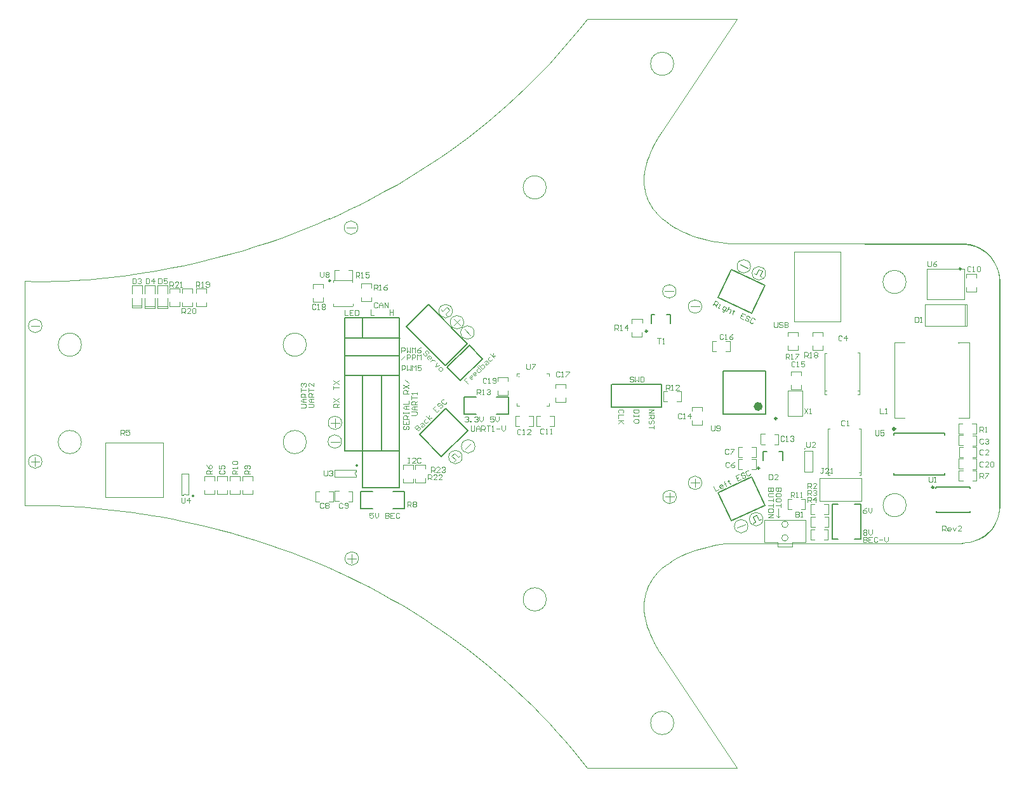
<source format=gto>
%FSLAX25Y25*%
%MOIN*%
G70*
G01*
G75*
%ADD10C,0.00787*%
%ADD11R,0.03150X0.03937*%
%ADD12R,0.11811X0.03937*%
%ADD13R,0.13780X0.09646*%
%ADD14R,0.09488X0.26378*%
G04:AMPARAMS|DCode=15|XSize=196.85mil|YSize=118.11mil|CornerRadius=0mil|HoleSize=0mil|Usage=FLASHONLY|Rotation=22.500|XOffset=0mil|YOffset=0mil|HoleType=Round|Shape=Rectangle|*
%AMROTATEDRECTD15*
4,1,4,-0.06833,-0.09222,-0.11353,0.01689,0.06833,0.09222,0.11353,-0.01689,-0.06833,-0.09222,0.0*
%
%ADD15ROTATEDRECTD15*%

G04:AMPARAMS|DCode=16|XSize=196.85mil|YSize=118.11mil|CornerRadius=0mil|HoleSize=0mil|Usage=FLASHONLY|Rotation=337.500|XOffset=0mil|YOffset=0mil|HoleType=Round|Shape=Rectangle|*
%AMROTATEDRECTD16*
4,1,4,-0.11353,-0.01689,-0.06833,0.09222,0.11353,0.01689,0.06833,-0.09222,-0.11353,-0.01689,0.0*
%
%ADD16ROTATEDRECTD16*%

G04:AMPARAMS|DCode=17|XSize=196.85mil|YSize=118.11mil|CornerRadius=0mil|HoleSize=0mil|Usage=FLASHONLY|Rotation=115.000|XOffset=0mil|YOffset=0mil|HoleType=Round|Shape=Rectangle|*
%AMROTATEDRECTD17*
4,1,4,0.09512,-0.06425,-0.01193,-0.11416,-0.09512,0.06425,0.01193,0.11416,0.09512,-0.06425,0.0*
%
%ADD17ROTATEDRECTD17*%

G04:AMPARAMS|DCode=18|XSize=196.85mil|YSize=118.11mil|CornerRadius=0mil|HoleSize=0mil|Usage=FLASHONLY|Rotation=65.000|XOffset=0mil|YOffset=0mil|HoleType=Round|Shape=Rectangle|*
%AMROTATEDRECTD18*
4,1,4,0.01193,-0.11416,-0.09512,-0.06425,-0.01193,0.11416,0.09512,0.06425,0.01193,-0.11416,0.0*
%
%ADD18ROTATEDRECTD18*%

%ADD19R,0.05118X0.05906*%
%ADD20R,0.03937X0.03150*%
%ADD21R,0.03898X0.01890*%
%ADD22R,0.04173X0.02559*%
%ADD23R,0.05512X0.04134*%
%ADD24R,0.06890X0.02559*%
%ADD25R,0.23622X0.15748*%
%ADD26R,0.02362X0.04331*%
%ADD27R,0.03150X0.03150*%
%ADD28R,0.03347X0.05118*%
%ADD29R,0.05906X0.05906*%
%ADD30O,0.07480X0.01181*%
%ADD31O,0.01181X0.07480*%
%ADD32R,0.01969X0.09843*%
%ADD33R,0.07874X0.09843*%
%ADD34R,0.05118X0.01575*%
%ADD35R,0.07874X0.07874*%
%ADD36R,0.03937X0.02165*%
%ADD37R,0.00984X0.02756*%
%ADD38R,0.02756X0.00984*%
%ADD39R,0.05000X0.05787*%
%ADD40R,0.13386X0.05315*%
%ADD41R,0.05906X0.01614*%
G04:AMPARAMS|DCode=42|XSize=118.11mil|YSize=59.06mil|CornerRadius=0mil|HoleSize=0mil|Usage=FLASHONLY|Rotation=225.000|XOffset=0mil|YOffset=0mil|HoleType=Round|Shape=Rectangle|*
%AMROTATEDRECTD42*
4,1,4,0.02088,0.06264,0.06264,0.02088,-0.02088,-0.06264,-0.06264,-0.02088,0.02088,0.06264,0.0*
%
%ADD42ROTATEDRECTD42*%

G04:AMPARAMS|DCode=43|XSize=118.11mil|YSize=59.06mil|CornerRadius=0mil|HoleSize=0mil|Usage=FLASHONLY|Rotation=135.000|XOffset=0mil|YOffset=0mil|HoleType=Round|Shape=Rectangle|*
%AMROTATEDRECTD43*
4,1,4,0.06264,-0.02088,0.02088,-0.06264,-0.06264,0.02088,-0.02088,0.06264,0.06264,-0.02088,0.0*
%
%ADD43ROTATEDRECTD43*%

G04:AMPARAMS|DCode=44|XSize=118.11mil|YSize=59.06mil|CornerRadius=0mil|HoleSize=0mil|Usage=FLASHONLY|Rotation=245.000|XOffset=0mil|YOffset=0mil|HoleType=Round|Shape=Rectangle|*
%AMROTATEDRECTD44*
4,1,4,-0.00180,0.06600,0.05172,0.04104,0.00180,-0.06600,-0.05172,-0.04104,-0.00180,0.06600,0.0*
%
%ADD44ROTATEDRECTD44*%

G04:AMPARAMS|DCode=45|XSize=118.11mil|YSize=59.06mil|CornerRadius=0mil|HoleSize=0mil|Usage=FLASHONLY|Rotation=295.000|XOffset=0mil|YOffset=0mil|HoleType=Round|Shape=Rectangle|*
%AMROTATEDRECTD45*
4,1,4,-0.05172,0.04104,0.00180,0.06600,0.05172,-0.04104,-0.00180,-0.06600,-0.05172,0.04104,0.0*
%
%ADD45ROTATEDRECTD45*%

%ADD46R,0.02559X0.04173*%
%ADD47C,0.01969*%
%ADD48C,0.03937*%
%ADD49C,0.07874*%
%ADD50C,0.05906*%
%ADD51R,0.06869X0.26570*%
%ADD52R,0.06892X0.11504*%
%ADD53R,0.37657X0.14030*%
%ADD54R,0.23424X0.11604*%
%ADD55R,0.15927X0.15830*%
%ADD56R,0.14344X0.15856*%
%ADD57C,0.00394*%
%ADD58C,0.00197*%
%ADD59C,0.05906*%
%ADD60R,0.05906X0.05906*%
%ADD61C,0.01969*%
%ADD62R,0.36038X0.16300*%
%ADD63C,0.01000*%
%ADD64C,0.01181*%
%ADD65C,0.00984*%
%ADD66C,0.02362*%
%ADD67C,0.00039*%
D10*
X1135027Y492233D02*
G03*
X1135027Y492233I-113J0D01*
G01*
X984883Y530073D02*
G03*
X984883Y530073I-194J0D01*
G01*
X1149238Y463021D02*
X1152382D01*
X1161161Y463011D02*
X1164305D01*
X1149238Y444788D02*
Y463021D01*
Y444788D02*
X1152382D01*
X1161161Y444778D02*
X1164305D01*
Y463011D01*
X902817Y550476D02*
Y561302D01*
Y561290D02*
X922067D01*
X922103Y561254D01*
Y550361D02*
Y561254D01*
X956132Y519449D02*
X962431D01*
X956132Y510394D02*
X962431D01*
X956132D02*
Y519449D01*
X979329Y510469D02*
Y519524D01*
X973030D02*
X979329D01*
X972959Y510489D02*
X979259D01*
X1208299Y478660D02*
Y479637D01*
X1181724Y478660D02*
X1208299D01*
Y499367D02*
Y500344D01*
X1181748Y478660D02*
Y479637D01*
Y499367D02*
Y500344D01*
Y500345D02*
X1208323Y500344D01*
X918503Y460824D02*
X924803Y460824D01*
X918503Y469879D02*
X924803D01*
Y460824D02*
Y469879D01*
X901605Y460748D02*
Y469804D01*
Y460748D02*
X907904D01*
X901676Y469784D02*
X907975D01*
X893303Y550463D02*
X922205D01*
X922103Y550361D02*
X922205Y550463D01*
X922103Y491332D02*
Y550361D01*
X893324Y530881D02*
X921870D01*
X893522Y541157D02*
X922067D01*
X893303Y530902D02*
X893324Y530881D01*
X893303Y530902D02*
Y550463D01*
X1121429Y490770D02*
X1123200D01*
X1113161D02*
X1114933D01*
X1113161Y486243D02*
Y490770D01*
X1123200Y486243D02*
Y490770D01*
X1033307Y514034D02*
X1059557D01*
X1033539Y526184D02*
X1059608D01*
X1033307Y514034D02*
Y525952D01*
X1033539Y526184D01*
X1059653Y514120D02*
Y526038D01*
X1114350Y510594D02*
Y533035D01*
X1091909Y510594D02*
Y533035D01*
Y510594D02*
X1114350D01*
X1091909Y533035D02*
X1114350D01*
X1064260Y558284D02*
Y562811D01*
X1054220Y558284D02*
Y562811D01*
X1055992D01*
X1062488D02*
X1064260D01*
X912806Y491290D02*
Y530873D01*
X902653Y491229D02*
Y530873D01*
X893300Y491229D02*
Y530873D01*
X922103Y471716D02*
Y491332D01*
X922087Y471732D02*
X922103Y471716D01*
X902907Y471732D02*
X922087D01*
X902653Y471986D02*
X902907Y471732D01*
X902653Y471986D02*
Y491229D01*
X902756Y491332D02*
X922103D01*
X902653Y491229D02*
X902756Y491332D01*
X893402D02*
X902756D01*
X893300Y491229D02*
X893402Y491332D01*
X1203913Y458997D02*
X1221666D01*
X1203792Y472125D02*
X1221545Y472125D01*
X1203792Y472125D02*
X1203792Y471500D01*
X1203913Y458997D02*
Y459622D01*
X1221666Y458997D02*
Y459622D01*
X1221545Y471500D02*
Y472125D01*
X958617Y546657D02*
X958639Y546678D01*
X958575Y546657D02*
X958617D01*
X947091Y535174D02*
X958575Y546657D01*
X958639Y546678D02*
X965689Y539629D01*
X947091Y535174D02*
X954163Y528102D01*
X965689Y539629D01*
X932626Y499678D02*
X944152Y488152D01*
X932626Y499678D02*
X946415Y513467D01*
X957941Y501941D01*
X944152Y488152D02*
X957941Y501941D01*
X1107156Y563493D02*
X1114045Y578266D01*
X1089483Y571734D02*
X1107156Y563493D01*
X1089483Y571734D02*
X1096372Y586507D01*
X1114045Y578266D01*
X1107111Y477376D02*
X1114000Y462603D01*
X1096327Y454362D02*
X1114000Y462603D01*
X1089438Y469135D02*
X1096327Y454362D01*
X1089438Y469135D02*
X1107111Y477376D01*
X942956Y539209D02*
Y539273D01*
X937483Y544747D02*
X942956Y539273D01*
X937483Y544747D02*
X937526D01*
X925656Y556573D02*
X937483Y544747D01*
X925656Y556573D02*
X937182Y568099D01*
X957689Y547593D01*
X946375Y536280D02*
X957689Y547593D01*
X945950Y536280D02*
X946375D01*
X942956Y539273D02*
X945950Y536280D01*
X893303Y550463D02*
Y561122D01*
X893484Y561302D01*
X902817D01*
D57*
X949901Y564661D02*
G03*
X949901Y564661I-3553J0D01*
G01*
X955841Y558799D02*
G03*
X955841Y558799I-3553J0D01*
G01*
X961317Y553396D02*
G03*
X961317Y553396I-3553J0D01*
G01*
X1080848Y567030D02*
G03*
X1080848Y567030I-3553J0D01*
G01*
X1067321Y575029D02*
G03*
X1067321Y575029I-3553J0D01*
G01*
X1067474Y466976D02*
G03*
X1067474Y466976I-3553J0D01*
G01*
X1080857Y474370D02*
G03*
X1080857Y474370I-3553J0D01*
G01*
X734397Y556885D02*
G03*
X734397Y556885I-3553J0D01*
G01*
Y485592D02*
G03*
X734397Y485592I-3553J0D01*
G01*
X955010Y487934D02*
G03*
X955010Y487934I-3553J0D01*
G01*
X810548Y468014D02*
G03*
X808613Y468005I-962J-972D01*
G01*
X961729Y493587D02*
G03*
X961729Y493587I-3553J0D01*
G01*
X891783Y505948D02*
G03*
X891783Y505948I-3553J0D01*
G01*
X891666Y496093D02*
G03*
X891666Y496093I-3553J0D01*
G01*
X1112933Y455314D02*
G03*
X1112933Y455314I-3553J0D01*
G01*
X1105048Y451595D02*
G03*
X1105048Y451595I-3553J0D01*
G01*
X1106427Y588178D02*
G03*
X1106427Y588178I-3553J0D01*
G01*
X1114345Y584529D02*
G03*
X1114345Y584529I-3553J0D01*
G01*
X899179Y480351D02*
G03*
X899188Y478417I972J-962D01*
G01*
X900584Y434617D02*
G03*
X900584Y434617I-3553J0D01*
G01*
X900176Y608518D02*
G03*
X900176Y608518I-3553J0D01*
G01*
X1145383Y522756D02*
X1146430Y522761D01*
X1145383Y520775D02*
X1146470D01*
X1145383Y542626D02*
X1146470D01*
X1145383Y520775D02*
X1146470D01*
X1145383D02*
Y542626D01*
X1162531Y522862D02*
X1163618D01*
X1162571Y542727D02*
X1163618D01*
X1162571Y520876D02*
X1163618D01*
Y542727D01*
X767614Y495519D02*
X797855D01*
Y466689D02*
Y495519D01*
X767609Y466694D02*
X797855D01*
X767609D02*
Y495525D01*
X946879Y566676D02*
X948293Y565262D01*
X946242Y563211D02*
X948293Y565262D01*
X944793Y564590D02*
X946879Y566676D01*
X946207Y563176D02*
X947161Y562221D01*
X943838Y565545D02*
X944793Y564590D01*
X950640Y560380D02*
X953893Y557127D01*
X950618Y557180D02*
X953871Y560432D01*
X956244Y555058D02*
X959496Y551805D01*
X1074969Y567066D02*
X1079569Y567066D01*
X1061442Y575064D02*
X1066042Y575064D01*
X1061595Y467012D02*
X1066195Y467012D01*
X1063874Y469259D02*
X1063874Y464659D01*
X1074978Y474405D02*
X1079578Y474405D01*
X1077257Y476653D02*
X1077257Y472053D01*
X728518Y556920D02*
X733118Y556920D01*
X728518Y485628D02*
X733118Y485628D01*
X730797Y487875D02*
X730797Y483275D01*
X950573Y485424D02*
X951527Y486379D01*
X952942Y487793D02*
X953896Y488748D01*
X949441Y488465D02*
X951527Y486379D01*
X950856Y489879D02*
X952906Y487828D01*
X949441Y488465D02*
X950856Y489879D01*
X887227Y579865D02*
Y580923D01*
X897336D01*
Y579890D02*
Y580923D01*
X897527Y567347D02*
Y568405D01*
X897502Y567322D02*
X897527Y567347D01*
X887418Y567322D02*
X897502D01*
X887418D02*
Y568380D01*
X811370Y468014D02*
Y479235D01*
X807782D02*
X811370D01*
X807782Y468014D02*
Y479235D01*
X810548Y468014D02*
X811370D01*
X810538Y468024D02*
X810548Y468014D01*
X807791Y468005D02*
X808613D01*
X1181853Y548044D02*
X1187416D01*
X1181853Y508674D02*
X1187416D01*
X1215662D02*
X1221224D01*
X1215465Y548044D02*
X1215563Y547945D01*
X1215662Y548044D01*
X1221224D01*
X1181853Y508674D02*
Y528359D01*
Y548044D01*
X1221224Y508674D02*
Y548044D01*
X1198921Y586820D02*
X1218579D01*
X1198921Y570991D02*
Y586820D01*
Y570991D02*
X1218579D01*
Y586820D01*
X781632Y566438D02*
Y571649D01*
X786812Y566438D02*
Y571649D01*
X781647Y567391D02*
X786712D01*
X781632Y566438D02*
X786812D01*
X781667Y573932D02*
Y578291D01*
X786848Y573851D02*
Y578291D01*
X781667D02*
X786848D01*
X795014Y566304D02*
Y571515D01*
X800194Y566304D02*
Y571515D01*
X795029Y567257D02*
X800094Y567257D01*
X795014Y566304D02*
X800194D01*
X795049Y573798D02*
Y578157D01*
X800230Y573717D02*
Y578157D01*
X795049D02*
X800230D01*
X788325Y566304D02*
Y571515D01*
X793505Y566304D02*
Y571515D01*
X788340Y567257D02*
X793405D01*
X788325Y566304D02*
X793505D01*
X788360Y573798D02*
Y578157D01*
X793541Y573717D02*
Y578157D01*
X788360D02*
X793541D01*
X1129278Y559309D02*
Y595726D01*
Y559309D02*
X1153572D01*
Y595726D01*
X1129278D02*
X1153572D01*
X1133531Y509556D02*
Y522683D01*
X1126013Y509556D02*
X1133531D01*
X1126013Y522683D02*
X1133531D01*
X1126013Y509556D02*
Y522683D01*
X956514Y492067D02*
X959767Y495319D01*
X1134714Y480315D02*
X1139169D01*
Y491225D01*
X1134714Y491271D02*
X1139129D01*
X1134714Y480315D02*
Y491271D01*
X983616Y514819D02*
X984946D01*
X983616D02*
Y516149D01*
X999395Y514789D02*
X1000725Y514789D01*
Y516119D01*
X1000755Y531898D02*
X1000755Y530568D01*
X999425Y531898D02*
X1000755D01*
X983646Y531928D02*
X984976Y531928D01*
X983646Y530598D02*
Y531928D01*
X888183Y508230D02*
X888183Y503630D01*
X885904Y505983D02*
X890504Y505983D01*
X885928Y495923D02*
X890528Y495923D01*
X1218874Y556797D02*
X1219870D01*
X1219912Y556839D01*
Y568199D01*
X1219897Y568214D02*
X1219912Y568199D01*
X1218874Y568214D02*
X1219897D01*
X1218874Y556797D02*
Y568214D01*
X1198008Y556797D02*
X1218874D01*
X1198008Y568214D02*
X1218874D01*
X1198008Y556797D02*
Y568214D01*
X1164382Y478594D02*
Y502889D01*
X1163500Y502889D02*
X1164382Y502889D01*
X1147112D02*
X1147994D01*
X1163526Y478594D02*
X1164382D01*
X1147112Y478624D02*
Y502889D01*
Y478624D02*
X1147143Y478594D01*
X1147112Y478624D02*
X1147994Y478624D01*
X1163500Y479773D02*
X1164382Y479773D01*
X1147122Y479788D02*
X1147138Y479773D01*
X1148019D01*
X1110817Y454716D02*
X1112041Y455286D01*
X1107781Y453300D02*
X1109005Y453871D01*
X1109571Y457389D02*
X1110817Y454716D01*
X1107758Y456544D02*
X1108984Y453916D01*
X1107758Y456544D02*
X1109571Y457389D01*
X1099497Y450687D02*
X1103666Y452631D01*
X1100894Y589126D02*
X1105063Y587182D01*
X1110691Y586562D02*
X1112504Y585717D01*
X1109466Y583933D02*
X1110691Y586562D01*
X1111257Y583043D02*
X1112504Y585717D01*
X1108221Y584459D02*
X1109444Y583888D01*
X1111257Y583043D02*
X1112481Y582472D01*
X899188Y477595D02*
Y478417D01*
X899170Y480342D02*
X899179Y480352D01*
Y481174D01*
X887958Y477586D02*
X899179Y477586D01*
X887958Y477586D02*
X887958Y481174D01*
X899179Y481174D01*
X1121104Y456312D02*
Y460723D01*
Y456312D02*
Y456452D01*
X1120069Y457268D02*
X1121070Y456268D01*
X1121141Y456304D02*
X1122141Y457304D01*
X894705Y434653D02*
X899306Y434653D01*
X896984Y436900D02*
X896984Y432300D01*
X894298Y608553D02*
X898898Y608553D01*
X1142696Y464946D02*
X1164507Y464946D01*
Y470852D01*
Y476757D01*
X1142696Y476757D02*
X1164507Y476757D01*
X1142696Y464946D02*
Y476757D01*
X1095243Y484877D02*
X1094784Y485336D01*
X1093865D01*
X1093406Y484877D01*
Y483041D01*
X1093865Y482582D01*
X1094784D01*
X1095243Y483041D01*
X1097998Y485336D02*
X1097080Y484877D01*
X1096161Y483959D01*
Y483041D01*
X1096620Y482582D01*
X1097539D01*
X1097998Y483041D01*
Y483500D01*
X1097539Y483959D01*
X1096161D01*
X1200060Y477545D02*
Y475249D01*
X1200519Y474790D01*
X1201437D01*
X1201896Y475249D01*
Y477545D01*
X1202814Y474790D02*
X1203733D01*
X1203274D01*
Y477545D01*
X1202814Y477086D01*
X1154487Y551329D02*
X1154027Y551789D01*
X1153109D01*
X1152650Y551329D01*
Y549493D01*
X1153109Y549033D01*
X1154027D01*
X1154487Y549493D01*
X1156783Y549033D02*
Y551789D01*
X1155405Y550411D01*
X1157242D01*
X1156001Y506767D02*
X1155542Y507226D01*
X1154623D01*
X1154164Y506767D01*
Y504930D01*
X1154623Y504471D01*
X1155542D01*
X1156001Y504930D01*
X1156919Y504471D02*
X1157837D01*
X1157378D01*
Y507226D01*
X1156919Y506767D01*
X775724Y499522D02*
Y502277D01*
X777102D01*
X777561Y501818D01*
Y500899D01*
X777102Y500440D01*
X775724D01*
X776643D02*
X777561Y499522D01*
X780316Y502277D02*
X778479D01*
Y500899D01*
X779398Y501358D01*
X779857D01*
X780316Y500899D01*
Y499981D01*
X779857Y499522D01*
X778939D01*
X778479Y499981D01*
X1135763Y495912D02*
Y493616D01*
X1136222Y493157D01*
X1137140D01*
X1137600Y493616D01*
Y495912D01*
X1140355Y493157D02*
X1138518D01*
X1140355Y494994D01*
Y495453D01*
X1139896Y495912D01*
X1138977D01*
X1138518Y495453D01*
X1130043Y459184D02*
Y456429D01*
X1131420D01*
X1131880Y456888D01*
Y457347D01*
X1131420Y457806D01*
X1130043D01*
X1131420D01*
X1131880Y458265D01*
Y458725D01*
X1131420Y459184D01*
X1130043D01*
X1132798Y456429D02*
X1133716D01*
X1133257D01*
Y459184D01*
X1132798Y458725D01*
X1228651Y491379D02*
X1228192Y491839D01*
X1227274D01*
X1226815Y491379D01*
Y489543D01*
X1227274Y489083D01*
X1228192D01*
X1228651Y489543D01*
X1231406Y489083D02*
X1229570D01*
X1231406Y490920D01*
Y491379D01*
X1230947Y491839D01*
X1230029D01*
X1229570Y491379D01*
X1228651Y497215D02*
X1228192Y497674D01*
X1227274D01*
X1226815Y497215D01*
Y495378D01*
X1227274Y494919D01*
X1228192D01*
X1228651Y495378D01*
X1229570Y497215D02*
X1230029Y497674D01*
X1230947D01*
X1231406Y497215D01*
Y496756D01*
X1230947Y496297D01*
X1230488D01*
X1230947D01*
X1231406Y495838D01*
Y495378D01*
X1230947Y494919D01*
X1230029D01*
X1229570Y495378D01*
X827910Y480898D02*
X827451Y480439D01*
Y479521D01*
X827910Y479062D01*
X829747D01*
X830206Y479521D01*
Y480439D01*
X829747Y480898D01*
X827451Y483653D02*
Y481817D01*
X828828D01*
X828369Y482735D01*
Y483194D01*
X828828Y483653D01*
X829747D01*
X830206Y483194D01*
Y482276D01*
X829747Y481817D01*
X1094936Y491677D02*
X1094477Y492136D01*
X1093559D01*
X1093100Y491677D01*
Y489840D01*
X1093559Y489381D01*
X1094477D01*
X1094936Y489840D01*
X1095855Y492136D02*
X1097691D01*
Y491677D01*
X1095855Y489840D01*
Y489381D01*
X882239Y463408D02*
X881779Y463868D01*
X880861D01*
X880402Y463408D01*
Y461572D01*
X880861Y461113D01*
X881779D01*
X882239Y461572D01*
X883157Y463408D02*
X883616Y463868D01*
X884534D01*
X884994Y463408D01*
Y462949D01*
X884534Y462490D01*
X884994Y462031D01*
Y461572D01*
X884534Y461113D01*
X883616D01*
X883157Y461572D01*
Y462031D01*
X883616Y462490D01*
X883157Y462949D01*
Y463408D01*
X883616Y462490D02*
X884534D01*
X892282Y463342D02*
X891822Y463801D01*
X890904D01*
X890445Y463342D01*
Y461506D01*
X890904Y461047D01*
X891822D01*
X892282Y461506D01*
X893200D02*
X893659Y461047D01*
X894577D01*
X895037Y461506D01*
Y463342D01*
X894577Y463801D01*
X893659D01*
X893200Y463342D01*
Y462883D01*
X893659Y462424D01*
X895037D01*
X1222106Y587684D02*
X1221647Y588143D01*
X1220728D01*
X1220269Y587684D01*
Y585847D01*
X1220728Y585388D01*
X1221647D01*
X1222106Y585847D01*
X1223024Y585388D02*
X1223943D01*
X1223483D01*
Y588143D01*
X1223024Y587684D01*
X1225320D02*
X1225779Y588143D01*
X1226698D01*
X1227157Y587684D01*
Y585847D01*
X1226698Y585388D01*
X1225779D01*
X1225320Y585847D01*
Y587684D01*
X997986Y502447D02*
X997527Y502906D01*
X996609D01*
X996150Y502447D01*
Y500610D01*
X996609Y500151D01*
X997527D01*
X997986Y500610D01*
X998905Y500151D02*
X999823D01*
X999364D01*
Y502906D01*
X998905Y502447D01*
X1001200Y500151D02*
X1002119D01*
X1001660D01*
Y502906D01*
X1001200Y502447D01*
X985820Y502130D02*
X985361Y502589D01*
X984442D01*
X983983Y502130D01*
Y500293D01*
X984442Y499834D01*
X985361D01*
X985820Y500293D01*
X986738Y499834D02*
X987656D01*
X987197D01*
Y502589D01*
X986738Y502130D01*
X990871Y499834D02*
X989034D01*
X990871Y501671D01*
Y502130D01*
X990411Y502589D01*
X989493D01*
X989034Y502130D01*
X1124114Y498613D02*
X1123655Y499072D01*
X1122736D01*
X1122277Y498613D01*
Y496776D01*
X1122736Y496317D01*
X1123655D01*
X1124114Y496776D01*
X1125032Y496317D02*
X1125951D01*
X1125491D01*
Y499072D01*
X1125032Y498613D01*
X1127328D02*
X1127787Y499072D01*
X1128706D01*
X1129165Y498613D01*
Y498154D01*
X1128706Y497695D01*
X1128246D01*
X1128706D01*
X1129165Y497236D01*
Y496776D01*
X1128706Y496317D01*
X1127787D01*
X1127328Y496776D01*
X1070202Y510391D02*
X1069743Y510850D01*
X1068824D01*
X1068365Y510391D01*
Y508554D01*
X1068824Y508095D01*
X1069743D01*
X1070202Y508554D01*
X1071120Y508095D02*
X1072039D01*
X1071579D01*
Y510850D01*
X1071120Y510391D01*
X1074794Y508095D02*
Y510850D01*
X1073416Y509472D01*
X1075253D01*
X1129689Y537691D02*
X1129230Y538150D01*
X1128312D01*
X1127853Y537691D01*
Y535854D01*
X1128312Y535395D01*
X1129230D01*
X1129689Y535854D01*
X1130608Y535395D02*
X1131526D01*
X1131067D01*
Y538150D01*
X1130608Y537691D01*
X1134740Y538150D02*
X1132904D01*
Y536773D01*
X1133822Y537232D01*
X1134281D01*
X1134740Y536773D01*
Y535854D01*
X1134281Y535395D01*
X1133363D01*
X1132904Y535854D01*
X1092069Y552208D02*
X1091610Y552667D01*
X1090692D01*
X1090233Y552208D01*
Y550371D01*
X1090692Y549912D01*
X1091610D01*
X1092069Y550371D01*
X1092988Y549912D02*
X1093906D01*
X1093447D01*
Y552667D01*
X1092988Y552208D01*
X1097120Y552667D02*
X1096202Y552208D01*
X1095284Y551289D01*
Y550371D01*
X1095743Y549912D01*
X1096661D01*
X1097120Y550371D01*
Y550830D01*
X1096661Y551289D01*
X1095284D01*
X1006198Y532479D02*
X1005739Y532938D01*
X1004820D01*
X1004361Y532479D01*
Y530642D01*
X1004820Y530183D01*
X1005739D01*
X1006198Y530642D01*
X1007116Y530183D02*
X1008034D01*
X1007575D01*
Y532938D01*
X1007116Y532479D01*
X1009412Y532938D02*
X1011249D01*
Y532479D01*
X1009412Y530642D01*
Y530183D01*
X878080Y567927D02*
X877621Y568386D01*
X876702D01*
X876243Y567927D01*
Y566090D01*
X876702Y565631D01*
X877621D01*
X878080Y566090D01*
X878998Y565631D02*
X879917D01*
X879457D01*
Y568386D01*
X878998Y567927D01*
X881294D02*
X881753Y568386D01*
X882672D01*
X883131Y567927D01*
Y567468D01*
X882672Y567009D01*
X883131Y566549D01*
Y566090D01*
X882672Y565631D01*
X881753D01*
X881294Y566090D01*
Y566549D01*
X881753Y567009D01*
X881294Y567468D01*
Y567927D01*
X881753Y567009D02*
X882672D01*
X1192681Y561512D02*
Y558757D01*
X1194058D01*
X1194517Y559216D01*
Y561053D01*
X1194058Y561512D01*
X1192681D01*
X1195436Y558757D02*
X1196354D01*
X1195895D01*
Y561512D01*
X1195436Y561053D01*
X1116096Y478898D02*
Y476143D01*
X1117474D01*
X1117933Y476602D01*
Y478439D01*
X1117474Y478898D01*
X1116096D01*
X1120688Y476143D02*
X1118851D01*
X1120688Y477980D01*
Y478439D01*
X1120229Y478898D01*
X1119310D01*
X1118851Y478439D01*
X781845Y581874D02*
Y579119D01*
X783222D01*
X783682Y579578D01*
Y581415D01*
X783222Y581874D01*
X781845D01*
X784600Y581415D02*
X785059Y581874D01*
X785977D01*
X786437Y581415D01*
Y580956D01*
X785977Y580497D01*
X785518D01*
X785977D01*
X786437Y580038D01*
Y579578D01*
X785977Y579119D01*
X785059D01*
X784600Y579578D01*
X788947Y581874D02*
Y579119D01*
X790324D01*
X790784Y579578D01*
Y581415D01*
X790324Y581874D01*
X788947D01*
X793079Y579119D02*
Y581874D01*
X791702Y580497D01*
X793539D01*
X795478Y581874D02*
Y579119D01*
X796856D01*
X797315Y579578D01*
Y581415D01*
X796856Y581874D01*
X795478D01*
X800070D02*
X798233D01*
Y580497D01*
X799152Y580956D01*
X799611D01*
X800070Y580497D01*
Y579578D01*
X799611Y579119D01*
X798693D01*
X798233Y579578D01*
X1044886Y529764D02*
X1044426Y530223D01*
X1043508D01*
X1043049Y529764D01*
Y529304D01*
X1043508Y528845D01*
X1044426D01*
X1044886Y528386D01*
Y527927D01*
X1044426Y527468D01*
X1043508D01*
X1043049Y527927D01*
X1045804Y530223D02*
Y527468D01*
X1046722Y528386D01*
X1047641Y527468D01*
Y530223D01*
X1048559D02*
Y527468D01*
X1049936D01*
X1050396Y527927D01*
Y529764D01*
X1049936Y530223D01*
X1048559D01*
X1174348Y513627D02*
Y510872D01*
X1176184D01*
X1177103D02*
X1178021D01*
X1177562D01*
Y513627D01*
X1177103Y513168D01*
X1226815Y501197D02*
Y503952D01*
X1228192D01*
X1228651Y503493D01*
Y502575D01*
X1228192Y502116D01*
X1226815D01*
X1227733D02*
X1228651Y501197D01*
X1229570D02*
X1230488D01*
X1230029D01*
Y503952D01*
X1229570Y503493D01*
X1136427Y471515D02*
Y474270D01*
X1137804D01*
X1138264Y473810D01*
Y472892D01*
X1137804Y472433D01*
X1136427D01*
X1137345D02*
X1138264Y471515D01*
X1141018D02*
X1139182D01*
X1141018Y473351D01*
Y473810D01*
X1140559Y474270D01*
X1139641D01*
X1139182Y473810D01*
X1136465Y467768D02*
Y470524D01*
X1137842D01*
X1138302Y470064D01*
Y469146D01*
X1137842Y468687D01*
X1136465D01*
X1137383D02*
X1138302Y467768D01*
X1139220Y470064D02*
X1139679Y470524D01*
X1140598D01*
X1141057Y470064D01*
Y469605D01*
X1140598Y469146D01*
X1140138D01*
X1140598D01*
X1141057Y468687D01*
Y468228D01*
X1140598Y467768D01*
X1139679D01*
X1139220Y468228D01*
X1136392Y464104D02*
Y466859D01*
X1137770D01*
X1138229Y466399D01*
Y465481D01*
X1137770Y465022D01*
X1136392D01*
X1137311D02*
X1138229Y464104D01*
X1140525D02*
Y466859D01*
X1139147Y465481D01*
X1140984D01*
X823503Y479152D02*
X820748D01*
Y480529D01*
X821207Y480989D01*
X822126D01*
X822585Y480529D01*
Y479152D01*
Y480070D02*
X823503Y480989D01*
X820748Y483744D02*
X821207Y482825D01*
X822126Y481907D01*
X823044D01*
X823503Y482366D01*
Y483285D01*
X823044Y483744D01*
X822585D01*
X822126Y483285D01*
Y481907D01*
X1226815Y476787D02*
Y479542D01*
X1228192D01*
X1228651Y479083D01*
Y478165D01*
X1228192Y477706D01*
X1226815D01*
X1227733D02*
X1228651Y476787D01*
X1229570Y479542D02*
X1231406D01*
Y479083D01*
X1229570Y477247D01*
Y476787D01*
X926323Y461789D02*
Y464544D01*
X927700D01*
X928160Y464085D01*
Y463167D01*
X927700Y462708D01*
X926323D01*
X927241D02*
X928160Y461789D01*
X929078Y464085D02*
X929537Y464544D01*
X930455D01*
X930914Y464085D01*
Y463626D01*
X930455Y463167D01*
X930914Y462708D01*
Y462249D01*
X930455Y461789D01*
X929537D01*
X929078Y462249D01*
Y462708D01*
X929537Y463167D01*
X929078Y463626D01*
Y464085D01*
X929537Y463167D02*
X930455D01*
X843534Y479043D02*
X840779D01*
Y480421D01*
X841238Y480880D01*
X842156D01*
X842616Y480421D01*
Y479043D01*
Y479961D02*
X843534Y480880D01*
X843075Y481798D02*
X843534Y482257D01*
Y483176D01*
X843075Y483635D01*
X841238D01*
X840779Y483176D01*
Y482257D01*
X841238Y481798D01*
X841697D01*
X842156Y482257D01*
Y483635D01*
X836955Y479071D02*
X834200D01*
Y480449D01*
X834659Y480908D01*
X835577D01*
X836037Y480449D01*
Y479071D01*
Y479990D02*
X836955Y480908D01*
Y481826D02*
Y482745D01*
Y482285D01*
X834200D01*
X834659Y481826D01*
Y484122D02*
X834200Y484581D01*
Y485500D01*
X834659Y485959D01*
X836496D01*
X836955Y485500D01*
Y484581D01*
X836496Y484122D01*
X834659D01*
X1127503Y466792D02*
Y469548D01*
X1128881D01*
X1129340Y469088D01*
Y468170D01*
X1128881Y467711D01*
X1127503D01*
X1128422D02*
X1129340Y466792D01*
X1130259D02*
X1131177D01*
X1130718D01*
Y469548D01*
X1130259Y469088D01*
X1132554Y466792D02*
X1133473D01*
X1133014D01*
Y469548D01*
X1132554Y469088D01*
X1062037Y523236D02*
Y525991D01*
X1063415D01*
X1063874Y525532D01*
Y524614D01*
X1063415Y524155D01*
X1062037D01*
X1062956D02*
X1063874Y523236D01*
X1064792D02*
X1065711D01*
X1065252D01*
Y525991D01*
X1064792Y525532D01*
X1068925Y523236D02*
X1067088D01*
X1068925Y525073D01*
Y525532D01*
X1068466Y525991D01*
X1067547D01*
X1067088Y525532D01*
X962786Y520907D02*
Y523662D01*
X964164D01*
X964623Y523203D01*
Y522285D01*
X964164Y521825D01*
X962786D01*
X963705D02*
X964623Y520907D01*
X965541D02*
X966460D01*
X966000D01*
Y523662D01*
X965541Y523203D01*
X967837D02*
X968296Y523662D01*
X969215D01*
X969674Y523203D01*
Y522744D01*
X969215Y522285D01*
X968755D01*
X969215D01*
X969674Y521825D01*
Y521366D01*
X969215Y520907D01*
X968296D01*
X967837Y521366D01*
X1035169Y554602D02*
Y557357D01*
X1036547D01*
X1037006Y556898D01*
Y555980D01*
X1036547Y555521D01*
X1035169D01*
X1036088D02*
X1037006Y554602D01*
X1037924D02*
X1038843D01*
X1038383D01*
Y557357D01*
X1037924Y556898D01*
X1041598Y554602D02*
Y557357D01*
X1040220Y555980D01*
X1042057D01*
X899197Y582318D02*
Y585074D01*
X900574D01*
X901033Y584614D01*
Y583696D01*
X900574Y583237D01*
X899197D01*
X900115D02*
X901033Y582318D01*
X901952D02*
X902870D01*
X902411D01*
Y585074D01*
X901952Y584614D01*
X906084Y585074D02*
X904247D01*
Y583696D01*
X905166Y584155D01*
X905625D01*
X906084Y583696D01*
Y582778D01*
X905625Y582318D01*
X904706D01*
X904247Y582778D01*
X908722Y575809D02*
Y578565D01*
X910099D01*
X910558Y578105D01*
Y577187D01*
X910099Y576728D01*
X908722D01*
X909640D02*
X910558Y575809D01*
X911477D02*
X912395D01*
X911936D01*
Y578565D01*
X911477Y578105D01*
X915609Y578565D02*
X914691Y578105D01*
X913772Y577187D01*
Y576269D01*
X914232Y575809D01*
X915150D01*
X915609Y576269D01*
Y576728D01*
X915150Y577187D01*
X913772D01*
X1124948Y539522D02*
Y542277D01*
X1126325D01*
X1126784Y541818D01*
Y540900D01*
X1126325Y540441D01*
X1124948D01*
X1125866D02*
X1126784Y539522D01*
X1127703D02*
X1128621D01*
X1128162D01*
Y542277D01*
X1127703Y541818D01*
X1129998Y542277D02*
X1131835D01*
Y541818D01*
X1129998Y539982D01*
Y539522D01*
X1134700Y540281D02*
Y543037D01*
X1136077D01*
X1136536Y542577D01*
Y541659D01*
X1136077Y541200D01*
X1134700D01*
X1135618D02*
X1136536Y540281D01*
X1137455D02*
X1138373D01*
X1137914D01*
Y543037D01*
X1137455Y542577D01*
X1139750D02*
X1140210Y543037D01*
X1141128D01*
X1141587Y542577D01*
Y542118D01*
X1141128Y541659D01*
X1141587Y541200D01*
Y540741D01*
X1141128Y540281D01*
X1140210D01*
X1139750Y540741D01*
Y541200D01*
X1140210Y541659D01*
X1139750Y542118D01*
Y542577D01*
X1140210Y541659D02*
X1141128D01*
X815295Y577308D02*
Y580063D01*
X816673D01*
X817132Y579604D01*
Y578685D01*
X816673Y578226D01*
X815295D01*
X816214D02*
X817132Y577308D01*
X818050D02*
X818969D01*
X818509D01*
Y580063D01*
X818050Y579604D01*
X820346Y577767D02*
X820805Y577308D01*
X821724D01*
X822183Y577767D01*
Y579604D01*
X821724Y580063D01*
X820805D01*
X820346Y579604D01*
Y579144D01*
X820805Y578685D01*
X822183D01*
X807813Y563420D02*
Y566176D01*
X809190D01*
X809649Y565716D01*
Y564798D01*
X809190Y564339D01*
X807813D01*
X808731D02*
X809649Y563420D01*
X812404D02*
X810568D01*
X812404Y565257D01*
Y565716D01*
X811945Y566176D01*
X811027D01*
X810568Y565716D01*
X813323D02*
X813782Y566176D01*
X814700D01*
X815159Y565716D01*
Y563880D01*
X814700Y563420D01*
X813782D01*
X813323Y563880D01*
Y565716D01*
X801452Y577283D02*
Y580038D01*
X802830D01*
X803289Y579579D01*
Y578661D01*
X802830Y578202D01*
X801452D01*
X802371D02*
X803289Y577283D01*
X806044D02*
X804207D01*
X806044Y579120D01*
Y579579D01*
X805585Y580038D01*
X804667D01*
X804207Y579579D01*
X806962Y577283D02*
X807881D01*
X807422D01*
Y580038D01*
X806962Y579579D01*
X1057422Y550405D02*
X1059258D01*
X1058340D01*
Y547650D01*
X1060177D02*
X1061095D01*
X1060636D01*
Y550405D01*
X1060177Y549945D01*
X882335Y480877D02*
Y478581D01*
X882794Y478122D01*
X883712D01*
X884171Y478581D01*
Y480877D01*
X885090Y480417D02*
X885549Y480877D01*
X886467D01*
X886926Y480417D01*
Y479958D01*
X886467Y479499D01*
X886008D01*
X886467D01*
X886926Y479040D01*
Y478581D01*
X886467Y478122D01*
X885549D01*
X885090Y478581D01*
X807646Y466443D02*
Y464147D01*
X808106Y463688D01*
X809024D01*
X809483Y464147D01*
Y466443D01*
X811779Y463688D02*
Y466443D01*
X810402Y465065D01*
X812238D01*
X1171881Y502010D02*
Y499715D01*
X1172340Y499256D01*
X1173259D01*
X1173718Y499715D01*
Y502010D01*
X1176473D02*
X1174636D01*
Y500633D01*
X1175554Y501092D01*
X1176014D01*
X1176473Y500633D01*
Y499715D01*
X1176014Y499256D01*
X1175095D01*
X1174636Y499715D01*
X1199485Y590835D02*
Y588539D01*
X1199944Y588080D01*
X1200863D01*
X1201322Y588539D01*
Y590835D01*
X1204077D02*
X1203158Y590375D01*
X1202240Y589457D01*
Y588539D01*
X1202699Y588080D01*
X1203618D01*
X1204077Y588539D01*
Y588998D01*
X1203618Y589457D01*
X1202240D01*
X880417Y585339D02*
Y583043D01*
X880877Y582584D01*
X881795D01*
X882254Y583043D01*
Y585339D01*
X883172Y584880D02*
X883632Y585339D01*
X884550D01*
X885009Y584880D01*
Y584421D01*
X884550Y583962D01*
X885009Y583503D01*
Y583043D01*
X884550Y582584D01*
X883632D01*
X883172Y583043D01*
Y583503D01*
X883632Y583962D01*
X883172Y584421D01*
Y584880D01*
X883632Y583962D02*
X884550D01*
X1085706Y504558D02*
Y502262D01*
X1086165Y501803D01*
X1087083D01*
X1087543Y502262D01*
Y504558D01*
X1088461Y502262D02*
X1088920Y501803D01*
X1089838D01*
X1090298Y502262D01*
Y504099D01*
X1089838Y504558D01*
X1088920D01*
X1088461Y504099D01*
Y503640D01*
X1088920Y503181D01*
X1090298D01*
X1118713Y558904D02*
Y556608D01*
X1119173Y556149D01*
X1120091D01*
X1120550Y556608D01*
Y558904D01*
X1123305Y558445D02*
X1122846Y558904D01*
X1121928D01*
X1121468Y558445D01*
Y557986D01*
X1121928Y557527D01*
X1122846D01*
X1123305Y557068D01*
Y556608D01*
X1122846Y556149D01*
X1121928D01*
X1121468Y556608D01*
X1124223Y558904D02*
Y556149D01*
X1125601D01*
X1126060Y556608D01*
Y557068D01*
X1125601Y557527D01*
X1124223D01*
X1125601D01*
X1126060Y557986D01*
Y558445D01*
X1125601Y558904D01*
X1124223D01*
X1134554Y513675D02*
X1136390Y510920D01*
Y513675D02*
X1134554Y510920D01*
X1137309D02*
X1138227D01*
X1137768D01*
Y513675D01*
X1137309Y513216D01*
X967682Y528981D02*
X967223Y529440D01*
X966304D01*
X965845Y528981D01*
Y527145D01*
X966304Y526685D01*
X967223D01*
X967682Y527145D01*
X968600Y526685D02*
X969519D01*
X969059D01*
Y529440D01*
X968600Y528981D01*
X970896Y527145D02*
X971355Y526685D01*
X972274D01*
X972733Y527145D01*
Y528981D01*
X972274Y529440D01*
X971355D01*
X970896Y528981D01*
Y528522D01*
X971355Y528063D01*
X972733D01*
X988835Y536910D02*
Y534615D01*
X989295Y534156D01*
X990213D01*
X990672Y534615D01*
Y536910D01*
X991590D02*
X993427D01*
Y536451D01*
X991590Y534615D01*
Y534156D01*
X1228651Y485013D02*
X1228192Y485472D01*
X1227274D01*
X1226815Y485013D01*
Y483177D01*
X1227274Y482717D01*
X1228192D01*
X1228651Y483177D01*
X1231406Y482717D02*
X1229570D01*
X1231406Y484554D01*
Y485013D01*
X1230947Y485472D01*
X1230029D01*
X1229570Y485013D01*
X1232325D02*
X1232784Y485472D01*
X1233702D01*
X1234161Y485013D01*
Y483177D01*
X1233702Y482717D01*
X1232784D01*
X1232325Y483177D01*
Y485013D01*
X937087Y476036D02*
Y478791D01*
X938464D01*
X938923Y478332D01*
Y477413D01*
X938464Y476954D01*
X937087D01*
X938005D02*
X938923Y476036D01*
X941678D02*
X939842D01*
X941678Y477873D01*
Y478332D01*
X941219Y478791D01*
X940301D01*
X939842Y478332D01*
X944433Y476036D02*
X942597D01*
X944433Y477873D01*
Y478332D01*
X943974Y478791D01*
X943056D01*
X942597Y478332D01*
X938669Y479940D02*
Y482695D01*
X940047D01*
X940506Y482236D01*
Y481318D01*
X940047Y480859D01*
X938669D01*
X939588D02*
X940506Y479940D01*
X943261D02*
X941424D01*
X943261Y481777D01*
Y482236D01*
X942802Y482695D01*
X941883D01*
X941424Y482236D01*
X944179D02*
X944639Y482695D01*
X945557D01*
X946016Y482236D01*
Y481777D01*
X945557Y481318D01*
X945098D01*
X945557D01*
X946016Y480859D01*
Y480399D01*
X945557Y479940D01*
X944639D01*
X944179Y480399D01*
X1144734Y482103D02*
X1143816D01*
X1144275D01*
Y479807D01*
X1143816Y479348D01*
X1143357D01*
X1142898Y479807D01*
X1147489Y479348D02*
X1145653D01*
X1147489Y481185D01*
Y481644D01*
X1147030Y482103D01*
X1146112D01*
X1145653Y481644D01*
X1148408Y479348D02*
X1149326D01*
X1148867D01*
Y482103D01*
X1148408Y481644D01*
X1207043Y449054D02*
Y451809D01*
X1208420D01*
X1208879Y451350D01*
Y450431D01*
X1208420Y449972D01*
X1207043D01*
X1207961D02*
X1208879Y449054D01*
X1211175D02*
X1210257D01*
X1209798Y449513D01*
Y450431D01*
X1210257Y450891D01*
X1211175D01*
X1211634Y450431D01*
Y449972D01*
X1209798D01*
X1212553Y450891D02*
X1213471Y449054D01*
X1214389Y450891D01*
X1217144Y449054D02*
X1215308D01*
X1217144Y450891D01*
Y451350D01*
X1216685Y451809D01*
X1215767D01*
X1215308Y451350D01*
X1052962Y512848D02*
X1055717D01*
X1052962Y511012D01*
X1055717D01*
X1052962Y510093D02*
X1055717D01*
Y508716D01*
X1055258Y508257D01*
X1054340D01*
X1053881Y508716D01*
Y510093D01*
Y509175D02*
X1052962Y508257D01*
X1055258Y505502D02*
X1055717Y505961D01*
Y506879D01*
X1055258Y507338D01*
X1054799D01*
X1054340Y506879D01*
Y505961D01*
X1053881Y505502D01*
X1053421D01*
X1052962Y505961D01*
Y506879D01*
X1053421Y507338D01*
X1055717Y504583D02*
Y502747D01*
Y503665D01*
X1052962D01*
X1047835Y512848D02*
X1045080D01*
Y511471D01*
X1045539Y511012D01*
X1047376D01*
X1047835Y511471D01*
Y512848D01*
Y510093D02*
Y509175D01*
Y509634D01*
X1045080D01*
Y510093D01*
Y509175D01*
X1047835Y506420D02*
Y507338D01*
X1047376Y507798D01*
X1045539D01*
X1045080Y507338D01*
Y506420D01*
X1045539Y505961D01*
X1047376D01*
X1047835Y506420D01*
X1039246Y511012D02*
X1039705Y511471D01*
Y512389D01*
X1039246Y512848D01*
X1037409D01*
X1036950Y512389D01*
Y511471D01*
X1037409Y511012D01*
X1039705Y510093D02*
X1036950D01*
Y508257D01*
X1039705Y507338D02*
X1036950D01*
X1037868D01*
X1039705Y505502D01*
X1038328Y506879D01*
X1036950Y505502D01*
X908291Y458657D02*
X906454D01*
Y457280D01*
X907372Y457739D01*
X907831D01*
X908291Y457280D01*
Y456361D01*
X907831Y455902D01*
X906913D01*
X906454Y456361D01*
X909209Y458657D02*
Y456821D01*
X910127Y455902D01*
X911046Y456821D01*
Y458657D01*
X914680D02*
Y455902D01*
X916057D01*
X916516Y456361D01*
Y456821D01*
X916057Y457280D01*
X914680D01*
X916057D01*
X916516Y457739D01*
Y458198D01*
X916057Y458657D01*
X914680D01*
X919271D02*
X917435D01*
Y455902D01*
X919271D01*
X917435Y457280D02*
X918353D01*
X922026Y458198D02*
X921567Y458657D01*
X920649D01*
X920190Y458198D01*
Y456361D01*
X920649Y455902D01*
X921567D01*
X922026Y456361D01*
X923153Y539245D02*
X924990Y541082D01*
X925908Y539245D02*
Y542000D01*
X927286D01*
X927745Y541541D01*
Y540622D01*
X927286Y540163D01*
X925908D01*
X928663Y539245D02*
Y542000D01*
X930041D01*
X930500Y541541D01*
Y540622D01*
X930041Y540163D01*
X928663D01*
X931418Y539245D02*
Y542000D01*
X932337Y541082D01*
X933255Y542000D01*
Y539245D01*
X1086955Y472615D02*
X1088119Y470118D01*
X1089784Y470894D01*
X1091865Y471864D02*
X1091032Y471476D01*
X1090422Y471698D01*
X1090034Y472531D01*
X1090256Y473141D01*
X1091088Y473529D01*
X1091699Y473307D01*
X1091893Y472891D01*
X1090228Y472114D01*
X1093529Y472640D02*
X1092559Y474721D01*
X1092947Y473889D01*
X1092531Y473695D01*
X1093363Y474083D01*
X1092947Y473889D01*
X1092559Y474721D01*
X1092781Y475331D01*
X1094640Y475691D02*
X1094834Y475275D01*
X1094418Y475081D01*
X1095250Y475469D01*
X1094834Y475275D01*
X1095416Y474027D01*
X1096026Y473805D01*
X1100272Y478824D02*
X1098607Y478048D01*
X1099771Y475551D01*
X1101436Y476327D01*
X1099189Y476800D02*
X1100022Y477188D01*
X1102963Y479572D02*
X1102353Y479795D01*
X1101520Y479406D01*
X1101298Y478796D01*
X1101492Y478380D01*
X1102102Y478158D01*
X1102935Y478546D01*
X1103545Y478324D01*
X1103739Y477908D01*
X1103517Y477298D01*
X1102684Y476910D01*
X1102074Y477132D01*
X1105460Y480737D02*
X1104849Y480959D01*
X1104017Y480571D01*
X1103795Y479961D01*
X1104571Y478296D01*
X1105181Y478074D01*
X1106014Y478462D01*
X1106236Y479072D01*
X1086750Y567712D02*
X1087915Y570209D01*
X1089163Y569627D01*
X1089385Y569016D01*
X1088997Y568184D01*
X1088387Y567962D01*
X1087138Y568544D01*
X1087971Y568156D02*
X1088415Y566936D01*
X1089247Y566547D02*
X1090080Y566159D01*
X1089664Y566353D01*
X1090440Y568018D01*
X1090024Y568212D01*
X1091772Y564357D02*
X1092188Y564163D01*
X1092799Y564385D01*
X1093769Y566466D01*
X1092520Y567048D01*
X1091910Y566826D01*
X1091522Y565993D01*
X1091744Y565383D01*
X1092993Y564801D01*
X1094989Y566910D02*
X1093825Y564413D01*
X1094407Y565661D01*
X1095017Y565883D01*
X1095850Y565495D01*
X1096072Y564885D01*
X1095490Y563637D01*
X1097708Y565135D02*
X1097514Y564719D01*
X1097098Y564913D01*
X1097930Y564525D01*
X1097514Y564719D01*
X1096932Y563471D01*
X1097154Y562860D01*
X1103728Y562835D02*
X1102064Y563611D01*
X1100900Y561114D01*
X1102564Y560338D01*
X1101482Y562362D02*
X1102314Y561974D01*
X1106031Y561254D02*
X1105809Y561864D01*
X1104977Y562253D01*
X1104367Y562030D01*
X1104173Y561614D01*
X1104395Y561004D01*
X1105227Y560616D01*
X1105449Y560006D01*
X1105255Y559590D01*
X1104645Y559368D01*
X1103813Y559756D01*
X1103590Y560366D01*
X1108528Y560090D02*
X1108306Y560700D01*
X1107474Y561088D01*
X1106863Y560866D01*
X1106087Y559201D01*
X1106309Y558591D01*
X1107142Y558203D01*
X1107752Y558425D01*
X956352Y508724D02*
X956811Y509183D01*
X957730D01*
X958189Y508724D01*
Y508265D01*
X957730Y507805D01*
X957270D01*
X957730D01*
X958189Y507346D01*
Y506887D01*
X957730Y506428D01*
X956811D01*
X956352Y506887D01*
X959107Y506428D02*
Y506887D01*
X959566D01*
Y506428D01*
X959107D01*
X961403Y508724D02*
X961862Y509183D01*
X962780D01*
X963239Y508724D01*
Y508265D01*
X962780Y507805D01*
X962321D01*
X962780D01*
X963239Y507346D01*
Y506887D01*
X962780Y506428D01*
X961862D01*
X961403Y506887D01*
X964158Y509183D02*
Y507346D01*
X965076Y506428D01*
X965994Y507346D01*
Y509183D01*
X971505D02*
X969668D01*
Y507805D01*
X970586Y508265D01*
X971045D01*
X971505Y507805D01*
Y506887D01*
X971045Y506428D01*
X970127D01*
X969668Y506887D01*
X972423Y509183D02*
Y507346D01*
X973341Y506428D01*
X974260Y507346D01*
Y509183D01*
X959614Y504387D02*
Y502091D01*
X960073Y501631D01*
X960991D01*
X961450Y502091D01*
Y504387D01*
X962369Y501631D02*
Y503468D01*
X963287Y504387D01*
X964205Y503468D01*
Y501631D01*
Y503009D01*
X962369D01*
X965124Y501631D02*
Y504387D01*
X966501D01*
X966961Y503927D01*
Y503009D01*
X966501Y502550D01*
X965124D01*
X966042D02*
X966961Y501631D01*
X967879Y504387D02*
X969715D01*
X968797D01*
Y501631D01*
X970634D02*
X971552D01*
X971093D01*
Y504387D01*
X970634Y503927D01*
X972930Y503009D02*
X974766D01*
X975685Y504387D02*
Y502550D01*
X976603Y501631D01*
X977521Y502550D01*
Y504387D01*
X916936Y565421D02*
Y562666D01*
Y564043D01*
X918773D01*
Y565421D01*
Y562666D01*
X906839Y565421D02*
Y562666D01*
X908676D01*
X923107Y542865D02*
Y545620D01*
X924484D01*
X924943Y545160D01*
Y544242D01*
X924484Y543783D01*
X923107D01*
X925862Y545620D02*
Y542865D01*
X926780Y543783D01*
X927698Y542865D01*
Y545620D01*
X928617Y542865D02*
Y545620D01*
X929535Y544701D01*
X930453Y545620D01*
Y542865D01*
X933208Y545620D02*
X932290Y545160D01*
X931372Y544242D01*
Y543324D01*
X931831Y542865D01*
X932749D01*
X933208Y543324D01*
Y543783D01*
X932749Y544242D01*
X931372D01*
X923256Y533365D02*
Y536120D01*
X924633D01*
X925093Y535660D01*
Y534742D01*
X924633Y534283D01*
X923256D01*
X926011Y536120D02*
Y533365D01*
X926929Y534283D01*
X927848Y533365D01*
Y536120D01*
X928766Y533365D02*
Y536120D01*
X929684Y535201D01*
X930603Y536120D01*
Y533365D01*
X933358Y536120D02*
X931521D01*
Y534742D01*
X932439Y535201D01*
X932899D01*
X933358Y534742D01*
Y533824D01*
X932899Y533365D01*
X931980D01*
X931521Y533824D01*
X928467Y509982D02*
X930763D01*
X931223Y510441D01*
Y511360D01*
X930763Y511819D01*
X928467D01*
X931223Y512737D02*
X929386D01*
X928467Y513656D01*
X929386Y514574D01*
X931223D01*
X929845D01*
Y512737D01*
X931223Y515492D02*
X928467D01*
Y516870D01*
X928927Y517329D01*
X929845D01*
X930304Y516870D01*
Y515492D01*
Y516411D02*
X931223Y517329D01*
X928467Y518247D02*
Y520084D01*
Y519166D01*
X931223D01*
Y521002D02*
Y521921D01*
Y521461D01*
X928467D01*
X928927Y521002D01*
X874213Y514076D02*
X876509D01*
X876968Y514535D01*
Y515453D01*
X876509Y515912D01*
X874213D01*
X876968Y516831D02*
X875131D01*
X874213Y517749D01*
X875131Y518667D01*
X876968D01*
X875590D01*
Y516831D01*
X876968Y519586D02*
X874213D01*
Y520963D01*
X874672Y521422D01*
X875590D01*
X876049Y520963D01*
Y519586D01*
Y520504D02*
X876968Y521422D01*
X874213Y522341D02*
Y524177D01*
Y523259D01*
X876968D01*
Y526932D02*
Y525096D01*
X875131Y526932D01*
X874672D01*
X874213Y526473D01*
Y525555D01*
X874672Y525096D01*
X870382Y513948D02*
X872678D01*
X873137Y514407D01*
Y515325D01*
X872678Y515785D01*
X870382D01*
X873137Y516703D02*
X871300D01*
X870382Y517621D01*
X871300Y518540D01*
X873137D01*
X871760D01*
Y516703D01*
X873137Y519458D02*
X870382D01*
Y520836D01*
X870841Y521295D01*
X871760D01*
X872219Y520836D01*
Y519458D01*
Y520376D02*
X873137Y521295D01*
X870382Y522213D02*
Y524050D01*
Y523131D01*
X873137D01*
X870841Y524968D02*
X870382Y525427D01*
Y526346D01*
X870841Y526805D01*
X871300D01*
X871760Y526346D01*
Y525886D01*
Y526346D01*
X872219Y526805D01*
X872678D01*
X873137Y526346D01*
Y525427D01*
X872678Y524968D01*
X926379Y487572D02*
X927297D01*
X926838D01*
Y484817D01*
X926379D01*
X927297D01*
X930512D02*
X928675D01*
X930512Y486653D01*
Y487112D01*
X930052Y487572D01*
X929134D01*
X928675Y487112D01*
X933267D02*
X932808Y487572D01*
X931889D01*
X931430Y487112D01*
Y485276D01*
X931889Y484817D01*
X932808D01*
X933267Y485276D01*
X1165701Y445983D02*
Y443228D01*
X1167078D01*
X1167537Y443687D01*
Y444146D01*
X1167078Y444605D01*
X1165701D01*
X1167078D01*
X1167537Y445064D01*
Y445523D01*
X1167078Y445983D01*
X1165701D01*
X1170292D02*
X1168456D01*
Y443228D01*
X1170292D01*
X1168456Y444605D02*
X1169374D01*
X1173048Y445523D02*
X1172588Y445983D01*
X1171670D01*
X1171211Y445523D01*
Y443687D01*
X1171670Y443228D01*
X1172588D01*
X1173048Y443687D01*
X1173966Y444605D02*
X1175803D01*
X1176721Y445983D02*
Y444146D01*
X1177639Y443228D01*
X1178558Y444146D01*
Y445983D01*
X1165631Y449281D02*
X1166091Y449741D01*
X1167009D01*
X1167468Y449281D01*
Y448822D01*
X1167009Y448363D01*
X1167468Y447904D01*
Y447445D01*
X1167009Y446985D01*
X1166091D01*
X1165631Y447445D01*
Y447904D01*
X1166091Y448363D01*
X1165631Y448822D01*
Y449281D01*
X1166091Y448363D02*
X1167009D01*
X1168386Y449741D02*
Y447904D01*
X1169305Y446985D01*
X1170223Y447904D01*
Y449741D01*
X1167336Y461277D02*
X1166418Y460817D01*
X1165500Y459899D01*
Y458981D01*
X1165959Y458522D01*
X1166877D01*
X1167336Y458981D01*
Y459440D01*
X1166877Y459899D01*
X1165500D01*
X1168255Y461277D02*
Y459440D01*
X1169173Y458522D01*
X1170091Y459440D01*
Y461277D01*
X937407Y542429D02*
Y543078D01*
X936758Y543728D01*
X936108D01*
X935784Y543403D01*
Y542754D01*
X936433Y542104D01*
Y541455D01*
X936108Y541130D01*
X935459D01*
X934810Y541780D01*
Y542429D01*
X937407Y539182D02*
X936758Y539831D01*
Y540481D01*
X937407Y541130D01*
X938057D01*
X938706Y540481D01*
Y539831D01*
X938381Y539507D01*
X937082Y540806D01*
X939680Y539507D02*
X938381Y538208D01*
X939031Y538858D01*
X939680D01*
X940329D01*
X940654Y538533D01*
X941628Y537559D02*
X940979Y535611D01*
X942927Y536260D01*
X942602Y533987D02*
X943252Y533338D01*
X943901D01*
X944550Y533987D01*
Y534637D01*
X943901Y535286D01*
X943252D01*
X942602Y534637D01*
Y533987D01*
X957237Y529732D02*
X955939Y528433D01*
X956913Y527459D01*
X957562Y528108D01*
X956913Y527459D01*
X957887Y526485D01*
X960809Y529407D02*
X960159Y528758D01*
X959510D01*
X958861Y529407D01*
Y530056D01*
X959510Y530706D01*
X960159D01*
X960484Y530381D01*
X959185Y529082D01*
X962757Y531355D02*
X962107Y530706D01*
X961458D01*
X960809Y531355D01*
Y532005D01*
X961458Y532654D01*
X962107D01*
X962432Y532329D01*
X961133Y531031D01*
X963081Y535576D02*
X965030Y533628D01*
X964056Y532654D01*
X963406D01*
X962757Y533303D01*
Y533953D01*
X963731Y534927D01*
Y536226D02*
X965679Y534277D01*
X966653Y535252D01*
Y535901D01*
X966328Y536226D01*
X966004Y536550D01*
X965354D01*
X964380Y535576D01*
X966653Y537849D02*
X967302Y538498D01*
X967952D01*
X968926Y537524D01*
X967952Y536550D01*
X967302D01*
Y537199D01*
X968276Y538174D01*
X969575Y540771D02*
X968601Y539797D01*
Y539148D01*
X969250Y538498D01*
X969900D01*
X970874Y539472D01*
X971523Y540122D02*
X969575Y542070D01*
X970874Y540771D02*
X971199Y542394D01*
X970874Y540771D02*
X972497Y541096D01*
X930089Y503663D02*
X932037Y501715D01*
X933011Y502689D01*
Y503338D01*
X932686Y503663D01*
X932037D01*
X931063Y502689D01*
X932037Y503663D01*
Y504312D01*
X931712Y504637D01*
X931063D01*
X930089Y503663D01*
X933011Y505287D02*
X933660Y505936D01*
X934309D01*
X935283Y504962D01*
X934309Y503988D01*
X933660D01*
Y504637D01*
X934634Y505611D01*
X935933Y508209D02*
X934959Y507235D01*
Y506585D01*
X935608Y505936D01*
X936257D01*
X937232Y506910D01*
X937881Y507559D02*
X935933Y509507D01*
X937232Y508209D02*
X937556Y509832D01*
X937232Y508209D02*
X938855Y508533D01*
X941128Y514702D02*
X939829Y513404D01*
X941777Y511455D01*
X943076Y512754D01*
X940803Y512430D02*
X941452Y513079D01*
X943400Y516326D02*
X942751D01*
X942102Y515676D01*
Y515027D01*
X942426Y514702D01*
X943076D01*
X943725Y515352D01*
X944374D01*
X944699Y515027D01*
Y514378D01*
X944050Y513728D01*
X943400D01*
X945349Y518274D02*
X944699D01*
X944050Y517624D01*
Y516975D01*
X945349Y515676D01*
X945998D01*
X946647Y516326D01*
Y516975D01*
X890236Y514126D02*
X887481D01*
Y515504D01*
X887940Y515963D01*
X888859D01*
X889318Y515504D01*
Y514126D01*
Y515044D02*
X890236Y515963D01*
X887481Y516881D02*
X890236Y518718D01*
X887481D02*
X890236Y516881D01*
X887481Y523492D02*
Y525329D01*
Y524411D01*
X890236D01*
X887481Y526248D02*
X890236Y528084D01*
X887481D02*
X890236Y526248D01*
X910522Y568785D02*
X910063Y569244D01*
X909145D01*
X908685Y568785D01*
Y566949D01*
X909145Y566489D01*
X910063D01*
X910522Y566949D01*
X911440Y566489D02*
Y568326D01*
X912359Y569244D01*
X913277Y568326D01*
Y566489D01*
Y567867D01*
X911440D01*
X914196Y566489D02*
Y569244D01*
X916032Y566489D01*
Y569244D01*
X893238Y565193D02*
Y562438D01*
X895074D01*
X897830Y565193D02*
X895993D01*
Y562438D01*
X897830D01*
X895993Y563815D02*
X896911D01*
X898748Y565193D02*
Y562438D01*
X900125D01*
X900585Y562897D01*
Y564734D01*
X900125Y565193D01*
X898748D01*
X1122466Y471750D02*
X1119711D01*
Y470373D01*
X1120170Y469914D01*
X1120629D01*
X1121089Y470373D01*
Y471750D01*
Y470373D01*
X1121548Y469914D01*
X1122007D01*
X1122466Y470373D01*
Y471750D01*
Y467618D02*
Y468536D01*
X1122007Y468995D01*
X1120170D01*
X1119711Y468536D01*
Y467618D01*
X1120170Y467159D01*
X1122007D01*
X1122466Y467618D01*
Y464863D02*
Y465781D01*
X1122007Y466240D01*
X1120170D01*
X1119711Y465781D01*
Y464863D01*
X1120170Y464404D01*
X1122007D01*
X1122466Y464863D01*
Y463485D02*
Y461649D01*
Y462567D01*
X1119711D01*
X1118403Y471750D02*
X1115648D01*
Y470373D01*
X1116108Y469914D01*
X1116567D01*
X1117026Y470373D01*
Y471750D01*
Y470373D01*
X1117485Y469914D01*
X1117944D01*
X1118403Y470373D01*
Y471750D01*
Y468995D02*
X1116108D01*
X1115648Y468536D01*
Y467618D01*
X1116108Y467159D01*
X1118403D01*
Y466240D02*
Y464404D01*
Y465322D01*
X1115648D01*
X1118403Y463485D02*
Y461649D01*
Y462567D01*
X1115648D01*
X1118403Y459353D02*
Y460271D01*
X1117944Y460730D01*
X1116108D01*
X1115648Y460271D01*
Y459353D01*
X1116108Y458894D01*
X1117944D01*
X1118403Y459353D01*
X1115648Y457975D02*
X1118403D01*
X1115648Y456139D01*
X1118403D01*
X924585Y504285D02*
X924126Y503826D01*
Y502908D01*
X924585Y502449D01*
X925044D01*
X925504Y502908D01*
Y503826D01*
X925963Y504285D01*
X926422D01*
X926881Y503826D01*
Y502908D01*
X926422Y502449D01*
X924126Y507041D02*
Y505204D01*
X926881D01*
Y507041D01*
X925504Y505204D02*
Y506122D01*
X926881Y507959D02*
X924126D01*
Y509336D01*
X924585Y509796D01*
X925504D01*
X925963Y509336D01*
Y507959D01*
Y508877D02*
X926881Y509796D01*
X924126Y510714D02*
Y511632D01*
Y511173D01*
X926881D01*
Y510714D01*
Y511632D01*
Y513010D02*
X925044D01*
X924126Y513928D01*
X925044Y514846D01*
X926881D01*
X925504D01*
Y513010D01*
X924126Y515765D02*
X926881D01*
Y517601D01*
Y521275D02*
X924126D01*
Y522652D01*
X924585Y523111D01*
X925504D01*
X925963Y522652D01*
Y521275D01*
Y522193D02*
X926881Y523111D01*
X924126Y524030D02*
X926881Y525867D01*
X924126D02*
X926881Y524030D01*
Y526785D02*
X925044Y528621D01*
X1233068Y592835D02*
G03*
X1217579Y600111I-15664J-13221D01*
G01*
X1217591Y442672D02*
G03*
X1233080Y449948I-175J20497D01*
G01*
X880412Y611114D02*
G03*
X885495Y613312I-35534J89131D01*
G01*
X885527Y429516D02*
G03*
X880444Y431715I-40617J-86933D01*
G01*
X755095Y547005D02*
G03*
X755095Y547005I-6102J0D01*
G01*
Y495825D02*
G03*
X755095Y495825I-6102J0D01*
G01*
X873206D02*
G03*
X873206Y495825I-6102J0D01*
G01*
Y547005D02*
G03*
X873206Y547005I-6102J0D01*
G01*
X999188Y413147D02*
G03*
X999188Y413147I-6102J0D01*
G01*
X1066117Y348188D02*
G03*
X1066117Y348188I-6102J0D01*
G01*
X1188164Y462662D02*
G03*
X1188164Y462662I-6102J0D01*
G01*
X1188105Y579993D02*
G03*
X1188105Y579993I-6102J0D01*
G01*
X999187Y629683D02*
G03*
X999187Y629683I-6102J0D01*
G01*
X1066117Y694642D02*
G03*
X1066117Y694642I-6102J0D01*
G01*
X1166186Y600154D02*
X1217504D01*
X1099391D02*
X1166186D01*
X1016714Y329514D02*
X1020651Y324561D01*
X1012729Y334348D02*
X1016714Y329514D01*
X1008701Y339065D02*
X1012729Y334348D01*
X1004632Y343665D02*
X1008701Y339065D01*
X1000522Y348150D02*
X1004632Y343665D01*
X996375Y352521D02*
X1000522Y348150D01*
X992192Y356779D02*
X996375Y352521D01*
X987975Y360926D02*
X992192Y356779D01*
X983117Y365533D02*
X987975Y360926D01*
X978221Y369998D02*
X983117Y365533D01*
X973289Y374326D02*
X978221Y369998D01*
X968327Y378516D02*
X973289Y374326D01*
X963335Y382573D02*
X968327Y378516D01*
X958318Y386498D02*
X963335Y382573D01*
X953278Y390293D02*
X958318Y386498D01*
X948218Y393961D02*
X953278Y390293D01*
X943142Y397502D02*
X948218Y393961D01*
X939442Y399999D02*
X943142Y397502D01*
X935736Y402433D02*
X939442Y399999D01*
X932025Y404804D02*
X935736Y402433D01*
X928312Y407112D02*
X932025Y404804D01*
X924595Y409358D02*
X928312Y407112D01*
X920877Y411542D02*
X924595Y409358D01*
X917159Y413666D02*
X920877Y411542D01*
X914453Y415193D02*
X917159Y413666D01*
X773629Y459957D02*
X776585Y459591D01*
X770744Y460294D02*
X773629Y459957D01*
X767475Y460646D02*
X770744Y460294D01*
X764307Y460963D02*
X767475Y460646D01*
X761242Y461242D02*
X764307Y460963D01*
X758279Y461489D02*
X761242Y461242D01*
X755426Y461703D02*
X758279Y461489D01*
X752683Y461887D02*
X755426Y461703D01*
X750053Y462044D02*
X752683Y461887D01*
X747540Y462174D02*
X750053Y462044D01*
X745146Y462281D02*
X747540Y462174D01*
X742514Y462377D02*
X745146Y462281D01*
X740053Y462448D02*
X742514Y462377D01*
X737765Y462495D02*
X740053Y462448D01*
X735657Y462521D02*
X737765Y462495D01*
X733731Y462531D02*
X735657Y462521D01*
X731993Y462527D02*
X733731Y462531D01*
X730447Y462512D02*
X731993Y462527D01*
X729097Y462488D02*
X730447Y462512D01*
X727949Y462460D02*
X729097Y462488D01*
X727415Y462445D02*
X727949Y462460D01*
X726942Y462428D02*
X727415Y462445D01*
X726529Y462413D02*
X726942Y462428D01*
X726179Y462399D02*
X726529Y462413D01*
X725890Y462387D02*
X726179Y462399D01*
X725665Y462376D02*
X725890Y462387D01*
X725503Y462367D02*
X725665Y462376D01*
X725406Y462363D02*
X725503Y462367D01*
X725374Y462362D02*
X725406Y462363D01*
X725374Y462362D02*
Y580471D01*
X833536Y594757D02*
X840102Y596648D01*
X846768Y598697D01*
X853525Y600908D01*
X860365Y603286D01*
X865327Y605103D01*
X870324Y607011D01*
X875354Y609014D01*
X880412Y611114D01*
X885495Y613312D02*
X890602Y615612D01*
X895726Y618014D01*
X900866Y620523D01*
X906020Y623140D01*
X914414Y627750D01*
X917159Y629159D01*
X920877Y631283D01*
X924595Y633468D01*
X928312Y635712D01*
X932025Y638019D01*
X935736Y640390D01*
X939442Y642823D01*
X943142Y645322D01*
X948218Y648863D01*
X953278Y652531D01*
X958318Y656324D01*
X963335Y660249D01*
X968327Y664306D01*
X973289Y668497D01*
X978221Y672824D01*
X983117Y677290D01*
X987975Y681896D01*
X992192Y686044D01*
X996375Y690302D01*
X1000522Y694671D01*
X1004632Y699156D01*
X1008701Y703756D01*
X1012729Y708473D01*
X1016714Y713307D01*
X1020651Y718260D01*
X1099391D01*
X1060022Y659205D02*
X1099391Y718260D01*
X1058466Y656844D02*
X1060022Y659205D01*
X1057059Y654540D02*
X1058466Y656844D01*
X1055798Y652292D02*
X1057059Y654540D01*
X1054676Y650101D02*
X1055798Y652292D01*
X1053693Y647963D02*
X1054676Y650101D01*
X1052841Y645883D02*
X1053693Y647963D01*
X1052121Y643855D02*
X1052841Y645883D01*
X1051526Y641881D02*
X1052121Y643855D01*
X1050996Y639691D02*
X1051526Y641881D01*
X1050619Y637570D02*
X1050996Y639691D01*
X1050391Y635516D02*
X1050619Y637570D01*
X1050307Y633530D02*
X1050391Y635516D01*
X1050307Y633530D02*
X1050361Y631611D01*
X1050547Y629755D01*
X1050859Y627966D01*
X1051293Y626241D01*
X1051843Y624580D01*
X1052362Y623295D01*
X1052948Y622051D01*
X1053600Y620845D01*
X1054314Y619679D01*
X1055086Y618551D01*
X1055915Y617461D01*
X1057730Y615393D01*
X1059736Y613472D01*
X1061911Y611696D01*
X1063512Y610543D01*
X1067106Y608200D01*
X1066895Y608439D02*
X1068662Y607483D01*
X1070470Y606591D01*
X1072311Y605764D01*
X1074177Y604997D01*
X1076061Y604290D01*
X1077955Y603644D01*
X1080591Y602843D01*
X1083212Y602151D01*
X1085797Y601566D01*
X1088324Y601086D01*
X1090774Y600708D01*
X1093127Y600429D01*
X1095361Y600246D01*
X1097455Y600155D01*
X1099391Y600154D01*
X1232277Y593481D02*
X1233827Y591478D01*
X1235106Y589293D01*
X1236092Y586964D01*
X1236769Y584525D01*
X1237080Y582529D01*
X1237185Y580472D01*
Y462350D02*
Y580472D01*
X1228509Y446028D02*
X1230512Y447577D01*
X1226325Y444748D02*
X1228509Y446028D01*
X853493Y600910D02*
X860333Y603287D01*
X846736Y598698D02*
X853493Y600910D01*
X840070Y596650D02*
X846736Y598698D01*
X833504Y594758D02*
X840070Y596650D01*
X827048Y593015D02*
X833504Y594758D01*
X820708Y591417D02*
X827048Y593015D01*
X814494Y589955D02*
X820708Y591417D01*
X808415Y588625D02*
X814494Y589955D01*
X802480Y587422D02*
X808415Y588625D01*
X795641Y586150D02*
X802480Y587422D01*
X792308Y585573D02*
X795641Y586150D01*
X789033Y585035D02*
X792308Y585573D01*
X785818Y584533D02*
X789033Y585035D01*
X782665Y584068D02*
X785818Y584533D01*
X779575Y583636D02*
X782665Y584068D01*
X776553Y583237D02*
X779575Y583636D01*
X773597Y582871D02*
X776553Y583237D01*
X770712Y582536D02*
X773597Y582871D01*
X767443Y582182D02*
X770712Y582536D01*
X764275Y581867D02*
X767443Y582182D01*
X761210Y581586D02*
X764275Y581867D01*
X758247Y581339D02*
X761210Y581586D01*
X755394Y581126D02*
X758247Y581339D01*
X752651Y580942D02*
X755394Y581126D01*
X750021Y580785D02*
X752651Y580942D01*
X747508Y580654D02*
X750021Y580785D01*
X745114Y580547D02*
X747508Y580654D01*
X742482Y580451D02*
X745114Y580547D01*
X740021Y580380D02*
X742482Y580451D01*
X737733Y580333D02*
X740021Y580380D01*
X735625Y580307D02*
X737733Y580333D01*
X733699Y580297D02*
X735625Y580307D01*
X731961Y580301D02*
X733699Y580297D01*
X730415Y580318D02*
X731961Y580301D01*
X729065Y580342D02*
X730415Y580318D01*
X727917Y580369D02*
X729065Y580342D01*
X727384Y580386D02*
X727917Y580369D01*
X726910Y580403D02*
X727384Y580386D01*
X726497Y580418D02*
X726910Y580403D01*
X726147Y580433D02*
X726497Y580418D01*
X725858Y580446D02*
X726147Y580433D01*
X725634Y580457D02*
X725858Y580446D01*
X725471Y580465D02*
X725634Y580457D01*
X725374Y580471D02*
X725471Y580465D01*
X725342Y580472D02*
X725374Y580471D01*
X1237091Y460254D02*
X1237197Y462311D01*
X1236781Y458259D02*
X1237091Y460254D01*
X1236104Y455819D02*
X1236781Y458259D01*
X1235118Y453490D02*
X1236104Y455819D01*
X1233839Y451306D02*
X1235118Y453490D01*
X1232289Y449303D02*
X1233839Y451306D01*
X1217445Y599974D02*
X1219502Y599869D01*
X1221497Y599559D01*
X1223936Y598882D01*
X1226266Y597896D01*
X1228450Y596617D01*
X1230453Y595067D01*
X1232422Y593064D01*
X1234082Y590812D01*
X1235401Y588359D01*
X1236356Y585754D01*
X1236928Y583084D01*
X1237126Y580294D01*
X1237126Y462172D01*
X1237021Y460115D02*
X1237126Y462172D01*
X1236710Y458119D02*
X1237021Y460115D01*
X1236033Y455680D02*
X1236710Y458119D01*
X1235047Y453351D02*
X1236033Y455680D01*
X1233768Y451166D02*
X1235047Y453351D01*
X1232218Y449164D02*
X1233768Y451166D01*
X1230215Y447194D02*
X1232218Y449164D01*
X1227963Y445534D02*
X1230215Y447194D01*
X1166220Y599974D02*
X1217445D01*
X1095361Y442578D02*
X1097455Y442670D01*
X1093127Y442395D02*
X1095361Y442578D01*
X1090774Y442116D02*
X1093127Y442395D01*
X1088324Y441738D02*
X1090774Y442116D01*
X1085797Y441258D02*
X1088324Y441738D01*
X1083212Y440674D02*
X1085797Y441258D01*
X1080591Y439983D02*
X1083212Y440674D01*
X1077955Y439180D02*
X1080591Y439983D01*
X1097455Y442670D02*
X1168988D01*
X1020651Y324561D02*
X1099391Y324562D01*
X1076061Y438534D02*
X1077955Y439180D01*
X1074177Y437828D02*
X1076061Y438534D01*
X1072311Y437062D02*
X1074177Y437828D01*
X1070470Y436234D02*
X1072311Y437062D01*
X1068662Y435344D02*
X1070470Y436234D01*
X1066895Y434388D02*
X1068662Y435344D01*
X1065176Y433369D02*
X1066895Y434388D01*
X1063512Y432283D02*
X1065176Y433369D01*
X1061911Y431130D02*
X1063512Y432283D01*
X1059736Y429353D02*
X1061911Y431130D01*
X1057730Y427433D02*
X1059736Y429353D01*
X1055915Y425365D02*
X1057730Y427433D01*
X1055086Y424274D02*
X1055915Y425365D01*
X1054314Y423147D02*
X1055086Y424274D01*
X1053600Y421980D02*
X1054314Y423147D01*
X1052948Y420774D02*
X1053600Y421980D01*
X1052362Y419530D02*
X1052948Y420774D01*
X1051843Y418245D02*
X1052362Y419530D01*
X1051293Y416583D02*
X1051843Y418245D01*
X1050859Y414858D02*
X1051293Y416583D01*
X1050547Y413069D02*
X1050859Y414858D01*
X1050361Y411215D02*
X1050547Y413069D01*
X1050307Y409295D02*
X1050361Y411215D01*
X1050307Y409295D02*
X1050391Y407309D01*
X1050619Y405255D01*
X1050996Y403134D01*
X1051526Y400944D01*
X1052121Y398970D01*
X1052841Y396943D01*
X1053693Y394861D01*
X1054676Y392724D01*
X1055798Y390531D01*
X1057059Y388283D01*
X1058466Y385979D01*
X1060022Y383618D01*
X1099391Y324562D01*
X1146128Y442670D02*
X1217661D01*
X776585Y459591D02*
X779607Y459192D01*
X782697Y458760D01*
X785850Y458295D01*
X789065Y457794D01*
X792340Y457255D01*
X795673Y456678D01*
X802512Y455406D01*
X808447Y454203D01*
X814526Y452873D01*
X820740Y451412D01*
X827080Y449813D01*
X833536Y448070D01*
X840102Y446178D01*
X846768Y444130D01*
X853525Y441919D01*
X860365Y439541D01*
X906052Y419688D02*
X914446Y415078D01*
X900898Y422305D02*
X906052Y419688D01*
X895758Y424815D02*
X900898Y422305D01*
X890634Y427216D02*
X895758Y424815D01*
X885527Y429516D02*
X890634Y427216D01*
X875386Y433815D02*
X880444Y431715D01*
X870356Y435817D02*
X875386Y433815D01*
X865359Y437726D02*
X870356Y435817D01*
X860397Y439542D02*
X865359Y437726D01*
X853557Y441920D02*
X860397Y439542D01*
X846800Y444131D02*
X853557Y441920D01*
X840134Y446180D02*
X846800Y444131D01*
X833568Y448071D02*
X840134Y446180D01*
D58*
X1099907Y486890D02*
X1102034D01*
X1099953Y481538D02*
X1102079Y481538D01*
X1099907Y481583D02*
X1099953Y481538D01*
X1099907Y481583D02*
Y486890D01*
X1109190Y481507D02*
Y486814D01*
X1109144Y486859D02*
X1109190Y486814D01*
X1107018Y486859D02*
X1109144Y486859D01*
X1107063Y481507D02*
X1109190D01*
X1127541Y523636D02*
Y525762D01*
X1132893Y523681D02*
Y525808D01*
X1132848Y523636D02*
X1132893Y523681D01*
X1127541Y523636D02*
X1132848D01*
X1127617Y532918D02*
X1132923D01*
X1127571Y532873D02*
X1127617Y532918D01*
X1127571Y530746D02*
Y532873D01*
X1132923Y530792D02*
Y532918D01*
X1144325Y551441D02*
Y553568D01*
X1138973Y551396D02*
Y553522D01*
X1139019Y553568D01*
X1144325D01*
X1138943Y544285D02*
X1144250D01*
X1144295Y544331D01*
Y546457D01*
X1138943Y544285D02*
Y546412D01*
X882081Y576679D02*
Y578805D01*
X876729Y576633D02*
Y578760D01*
X876774Y578805D01*
X882081D01*
X876699Y569523D02*
X882005D01*
X882051Y569568D01*
Y571695D01*
X876699Y569523D02*
Y571649D01*
X982888Y509438D02*
X985015D01*
X982934Y504086D02*
X985060Y504086D01*
X982888Y504131D02*
X982934Y504086D01*
X982888Y504131D02*
Y509438D01*
X992171Y509362D02*
X992171Y504056D01*
X992126Y509408D02*
X992171Y509362D01*
X989999Y509408D02*
X992126D01*
X990044Y504056D02*
X992171D01*
X1001084Y504056D02*
X1003211Y504056D01*
X1001039Y509408D02*
X1003166D01*
X1003211Y509362D01*
X1003211Y504056D01*
X993928Y504131D02*
Y509438D01*
Y504131D02*
X993974Y504086D01*
X996100D01*
X993928Y509438D02*
X996055D01*
X1081077Y512088D02*
Y514215D01*
X1075725Y512043D02*
Y514169D01*
X1075770Y514215D01*
X1081077D01*
X1075695Y504932D02*
X1081001D01*
X1081047Y504978D01*
Y507104D01*
X1075695Y504932D02*
Y507059D01*
X1111805Y500018D02*
X1113931D01*
X1111850Y494666D02*
X1113977D01*
X1111805Y494711D02*
X1111850Y494666D01*
X1111805Y494711D02*
Y500018D01*
X1121087Y494636D02*
Y499942D01*
X1121042Y499988D02*
X1121087Y499942D01*
X1118915Y499988D02*
X1121042D01*
X1118961Y494636D02*
X1121087D01*
X1099892Y493101D02*
X1102019D01*
X1099937Y487749D02*
X1102064D01*
X1099892Y487794D02*
X1099937Y487749D01*
X1099892Y487794D02*
Y493101D01*
X1109175Y487718D02*
Y493025D01*
X1109129Y493070D02*
X1109175Y493025D01*
X1107003Y493070D02*
X1109129D01*
X1107048Y487718D02*
X1109175D01*
X1222994Y487829D02*
X1225121D01*
X1222949Y493181D02*
X1225076D01*
X1225121Y493135D01*
Y487829D02*
Y493135D01*
X1215839Y487904D02*
Y493211D01*
Y487904D02*
X1215884Y487859D01*
X1218011D01*
X1215839Y493211D02*
X1217965D01*
X1215805Y480894D02*
X1217931D01*
X1215850Y475542D02*
X1217977D01*
X1215805Y475587D02*
X1215850Y475542D01*
X1215805Y475587D02*
Y480894D01*
X1225087Y475511D02*
Y480818D01*
X1225042Y480863D02*
X1225087Y480818D01*
X1222915Y480863D02*
X1225042D01*
X1222961Y475511D02*
X1225087D01*
X819550Y468481D02*
Y470607D01*
X824902Y468526D02*
Y470653D01*
X824856Y468481D02*
X824902Y468526D01*
X819550Y468481D02*
X824856D01*
X819625Y477763D02*
X824932D01*
X819580Y477718D02*
X819625Y477763D01*
X819580Y475591D02*
Y477718D01*
X824932Y475637D02*
Y477763D01*
X844947Y475637D02*
Y477763D01*
X839595Y475591D02*
Y477718D01*
X839641Y477763D01*
X844947D01*
X839565Y468481D02*
X844872D01*
X844917Y468526D01*
Y470653D01*
X839565Y468481D02*
Y470607D01*
X832893Y468481D02*
Y470607D01*
X838245Y470653D02*
X838245Y468526D01*
X838200Y468481D02*
X838245Y468526D01*
X832893Y468481D02*
X838200Y468481D01*
X832969Y477763D02*
X838275Y477763D01*
X832924Y477718D02*
X832969Y477763D01*
X832924Y475591D02*
Y477718D01*
X838275Y475637D02*
Y477763D01*
X831604Y475637D02*
Y477763D01*
X826252Y475591D02*
Y477718D01*
X826297Y477763D01*
X831604D01*
X826222Y468481D02*
X831528D01*
X831573Y468526D01*
Y470653D01*
X826222Y468481D02*
Y470607D01*
X1145113Y457910D02*
X1147240D01*
X1145068Y463262D02*
X1147195D01*
X1147240Y463216D01*
Y457910D02*
Y463216D01*
X1137958Y457985D02*
Y463292D01*
Y457985D02*
X1138003Y457940D01*
X1140130D01*
X1137958Y463292D02*
X1140084D01*
X1145275Y451185D02*
X1147402D01*
X1145230Y456537D02*
X1147356D01*
X1147402Y456492D01*
Y451185D02*
Y456492D01*
X1138119Y451261D02*
Y456567D01*
Y451261D02*
X1138165Y451216D01*
X1140291D01*
X1138119Y456567D02*
X1140246D01*
X1145043Y444418D02*
X1147169D01*
X1144997Y449769D02*
X1147124D01*
X1147169Y449724D01*
Y444418D02*
Y449724D01*
X1137887Y444493D02*
Y449800D01*
Y444493D02*
X1137932Y444448D01*
X1140059D01*
X1137887Y449800D02*
X1140014D01*
X1215701Y505528D02*
X1217827D01*
X1215746Y500177D02*
X1217873Y500176D01*
X1215701Y500222D02*
X1215746Y500177D01*
X1215701Y500222D02*
X1215701Y505528D01*
X1224983Y500146D02*
X1224983Y505453D01*
X1224938Y505498D02*
X1224983Y505453D01*
X1222811Y505498D02*
X1224938Y505498D01*
X1222857Y500146D02*
X1224983Y500146D01*
X1219762Y575002D02*
Y577128D01*
X1225114Y575047D02*
Y577174D01*
X1225068Y575002D02*
X1225114Y575047D01*
X1219762Y575002D02*
X1225068D01*
X1219837Y584284D02*
X1225144D01*
X1219792Y584239D02*
X1219837Y584284D01*
X1219792Y582112D02*
Y584239D01*
X1225144Y582158D02*
Y584284D01*
X1131351Y551441D02*
Y553568D01*
X1126000Y551396D02*
Y553522D01*
X1126045Y553568D01*
X1131351D01*
X1125969Y544285D02*
X1131276D01*
X1131321Y544331D01*
Y546457D01*
X1125969Y544285D02*
Y546412D01*
X888095Y470027D02*
X890221D01*
X888140Y464676D02*
X890267Y464676D01*
X888095Y464721D02*
X888140Y464676D01*
X888095Y464721D02*
Y470027D01*
X897377Y464645D02*
X897377Y469952D01*
X897332Y469997D02*
X897377Y469952D01*
X895205Y469997D02*
X897332D01*
X895251Y464645D02*
X897377D01*
X885093Y464622D02*
X887220D01*
X885048Y469974D02*
X887174D01*
X887220Y469929D01*
Y464622D02*
Y469929D01*
X877937Y464698D02*
X877937Y470004D01*
X877937Y464698D02*
X877983Y464652D01*
X880109D01*
X877937Y470004D02*
X880064D01*
X815218Y567129D02*
Y569256D01*
X820570Y567175D02*
Y569301D01*
X820525Y567129D02*
X820570Y567175D01*
X815218Y567129D02*
X820525D01*
X815294Y576412D02*
X820600D01*
X815249Y576366D02*
X815294Y576412D01*
X815249Y574240D02*
Y576366D01*
X820600Y574285D02*
Y576412D01*
X807943Y567137D02*
Y569264D01*
X813295Y567182D02*
Y569309D01*
X813249Y567137D02*
X813295Y567182D01*
X807943Y567137D02*
X813249D01*
X808018Y576420D02*
X813325D01*
X807973Y576374D02*
X808018Y576420D01*
X807973Y574248D02*
Y576374D01*
X813325Y574293D02*
Y576420D01*
X806766Y574374D02*
Y576501D01*
X801414Y574329D02*
Y576455D01*
X801459Y576501D01*
X806766D01*
X801384Y567218D02*
X806690D01*
X806736Y567264D01*
Y569390D01*
X801384Y567218D02*
Y569345D01*
X907345Y576894D02*
Y579020D01*
X901993Y576849D02*
Y578975D01*
X902038Y579020D01*
X907345D01*
X901963Y569738D02*
X907269D01*
X907314Y569783D01*
Y571910D01*
X901963Y569738D02*
Y571865D01*
X1009485Y524158D02*
Y526285D01*
X1004133Y524112D02*
Y526239D01*
X1004179Y526285D01*
X1009485D01*
X1004103Y517002D02*
X1009410D01*
X1009455Y517047D01*
Y519174D01*
X1004103Y517002D02*
Y519129D01*
X1067795Y517053D02*
X1069922D01*
X1067750Y522405D02*
X1069877D01*
X1069922Y522360D01*
Y517053D02*
Y522360D01*
X1060640Y517129D02*
Y522435D01*
Y517129D02*
X1060685Y517083D01*
X1062812D01*
X1060640Y522435D02*
X1062766D01*
X1093470Y543522D02*
X1095597D01*
X1093425Y548873D02*
X1095551D01*
X1095597Y548828D01*
Y543522D02*
Y548828D01*
X1086314Y543597D02*
Y548904D01*
Y543597D02*
X1086360Y543552D01*
X1088486D01*
X1086314Y548904D02*
X1088441D01*
X1044135Y551224D02*
Y553350D01*
X1049487Y551269D02*
Y553396D01*
X1049441Y551224D02*
X1049487Y551269D01*
X1044135Y551224D02*
X1049441D01*
X1044211Y560506D02*
X1049517D01*
X1044165Y560461D02*
X1044211Y560506D01*
X1044165Y558334D02*
Y560461D01*
X1049517Y560506D02*
X1049517Y558380D01*
X1133016Y460439D02*
X1135143D01*
X1132971Y465791D02*
X1135097D01*
X1135143Y465745D01*
Y460439D02*
Y465745D01*
X1125860Y460514D02*
Y465821D01*
Y460514D02*
X1125905Y460469D01*
X1128032D01*
X1125860Y465821D02*
X1127987D01*
X979108Y527828D02*
Y529954D01*
X973756Y527782D02*
Y529909D01*
X973801Y529954D01*
X979108D01*
X973726Y520672D02*
X979032D01*
X979077Y520717D01*
Y522844D01*
X973726Y520672D02*
Y522798D01*
X1222947Y481670D02*
X1225074D01*
X1222902Y487022D02*
X1225029D01*
X1225074Y486976D01*
Y481670D02*
Y486976D01*
X1215791Y481746D02*
Y487052D01*
Y481746D02*
X1215837Y481700D01*
X1217963D01*
X1215791Y487052D02*
X1217918D01*
X1222970Y493988D02*
X1225097Y493988D01*
X1222925Y499339D02*
X1225051Y499339D01*
X1225097Y499294D01*
Y493988D02*
Y499294D01*
X1215814Y499369D02*
X1215814Y494063D01*
X1215860Y494018D01*
X1217986Y494018D01*
X1215814Y499369D02*
X1217941Y499369D01*
X895268Y580840D02*
X897395D01*
X895223Y586192D02*
X897349D01*
X897395Y586147D01*
Y580840D02*
Y586147D01*
X888112Y580916D02*
Y586222D01*
Y580916D02*
X888157Y580871D01*
X890284D01*
X888112Y586222D02*
X890239D01*
X930214Y474530D02*
Y476656D01*
X935565Y474575D02*
Y476701D01*
X935520Y474530D02*
X935565Y474575D01*
X930214Y474530D02*
X935520D01*
X930289Y483812D02*
X935596D01*
X930244Y483767D02*
X930289Y483812D01*
X930244Y481640D02*
Y483767D01*
X935596Y481685D02*
Y483812D01*
X929314Y481647D02*
Y483773D01*
X923962Y481601D02*
Y483728D01*
X924007Y483773D01*
X929314D01*
X923932Y474491D02*
X929238D01*
X929284Y474536D01*
Y476663D01*
X923932Y474491D02*
Y476617D01*
X1126148Y445484D02*
G03*
X1126148Y445484I-1671J0D01*
G01*
Y452571D02*
G03*
X1126148Y452571I-1671J0D01*
G01*
D63*
X885765Y580621D02*
G03*
X885765Y580621I-404J0D01*
G01*
X1216895Y586914D02*
G03*
X1216895Y586914I-493J0D01*
G01*
D64*
X1182348Y502727D02*
G03*
X1182348Y502727I-595J0D01*
G01*
X1202542Y472080D02*
G03*
X1202542Y472080I-394J0D01*
G01*
X813785Y467452D02*
Y467475D01*
X899718Y483589D02*
X899741D01*
D65*
X1111094Y482109D02*
G03*
X1111094Y482109I-492J0D01*
G01*
X1120158Y508232D02*
G03*
X1120158Y508232I-492J0D01*
G01*
X1052153Y554150D02*
G03*
X1052153Y554150I-492J0D01*
G01*
D66*
X1111594Y514532D02*
G03*
X1111594Y514532I-1181J0D01*
G01*
D67*
X1120528Y440933D02*
Y443110D01*
X1128415Y440933D02*
Y443110D01*
X1135300D01*
X1113647D02*
X1120528D01*
X1124477Y440931D02*
X1128414D01*
X1120540D02*
X1124477D01*
X1113647Y443110D02*
Y454921D01*
X1135300Y443110D02*
Y454921D01*
X1113647D02*
X1135300D01*
M02*

</source>
